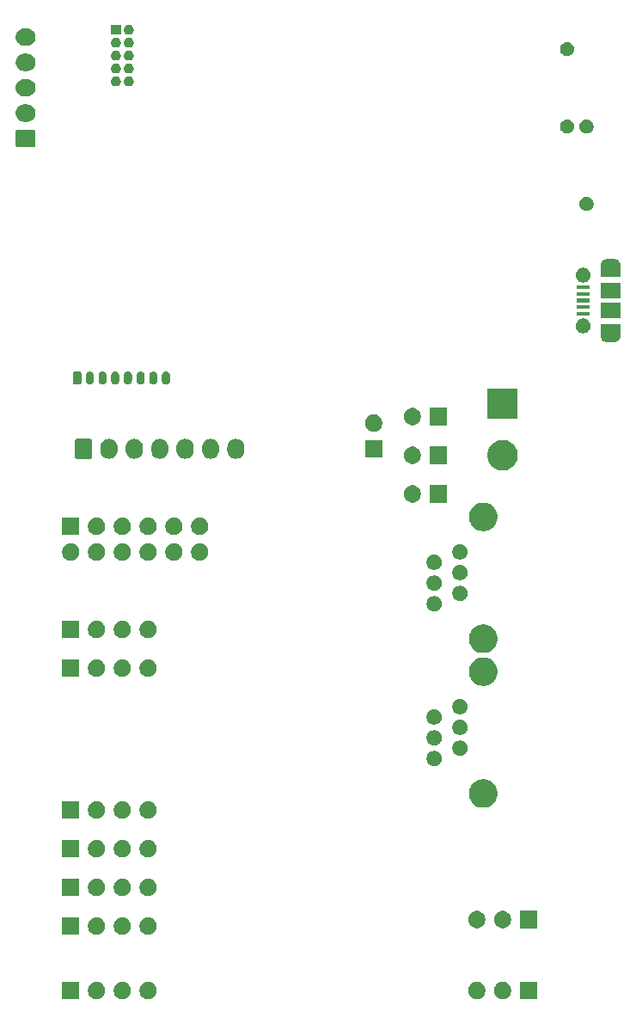
<source format=gbr>
G04 #@! TF.GenerationSoftware,KiCad,Pcbnew,(5.1.5)-3*
G04 #@! TF.CreationDate,2020-01-16T22:10:17+01:00*
G04 #@! TF.ProjectId,airMon,6169724d-6f6e-42e6-9b69-6361645f7063,0.1*
G04 #@! TF.SameCoordinates,Original*
G04 #@! TF.FileFunction,Soldermask,Bot*
G04 #@! TF.FilePolarity,Negative*
%FSLAX46Y46*%
G04 Gerber Fmt 4.6, Leading zero omitted, Abs format (unit mm)*
G04 Created by KiCad (PCBNEW (5.1.5)-3) date 2020-01-16 22:10:17*
%MOMM*%
%LPD*%
G04 APERTURE LIST*
%ADD10C,0.100000*%
G04 APERTURE END LIST*
D10*
G36*
X33267935Y-116022664D02*
G01*
X33422624Y-116086739D01*
X33422626Y-116086740D01*
X33561844Y-116179762D01*
X33680238Y-116298156D01*
X33773260Y-116437374D01*
X33773261Y-116437376D01*
X33837336Y-116592065D01*
X33870000Y-116756281D01*
X33870000Y-116923719D01*
X33837336Y-117087935D01*
X33773261Y-117242624D01*
X33773260Y-117242626D01*
X33680238Y-117381844D01*
X33561844Y-117500238D01*
X33422626Y-117593260D01*
X33422625Y-117593261D01*
X33422624Y-117593261D01*
X33267935Y-117657336D01*
X33103719Y-117690000D01*
X32936281Y-117690000D01*
X32772065Y-117657336D01*
X32617376Y-117593261D01*
X32617375Y-117593261D01*
X32617374Y-117593260D01*
X32478156Y-117500238D01*
X32359762Y-117381844D01*
X32266740Y-117242626D01*
X32266739Y-117242624D01*
X32202664Y-117087935D01*
X32170000Y-116923719D01*
X32170000Y-116756281D01*
X32202664Y-116592065D01*
X32266739Y-116437376D01*
X32266740Y-116437374D01*
X32359762Y-116298156D01*
X32478156Y-116179762D01*
X32617374Y-116086740D01*
X32617376Y-116086739D01*
X32772065Y-116022664D01*
X32936281Y-115990000D01*
X33103719Y-115990000D01*
X33267935Y-116022664D01*
G37*
G36*
X70732935Y-116022664D02*
G01*
X70887624Y-116086739D01*
X70887626Y-116086740D01*
X71026844Y-116179762D01*
X71145238Y-116298156D01*
X71238260Y-116437374D01*
X71238261Y-116437376D01*
X71302336Y-116592065D01*
X71335000Y-116756281D01*
X71335000Y-116923719D01*
X71302336Y-117087935D01*
X71238261Y-117242624D01*
X71238260Y-117242626D01*
X71145238Y-117381844D01*
X71026844Y-117500238D01*
X70887626Y-117593260D01*
X70887625Y-117593261D01*
X70887624Y-117593261D01*
X70732935Y-117657336D01*
X70568719Y-117690000D01*
X70401281Y-117690000D01*
X70237065Y-117657336D01*
X70082376Y-117593261D01*
X70082375Y-117593261D01*
X70082374Y-117593260D01*
X69943156Y-117500238D01*
X69824762Y-117381844D01*
X69731740Y-117242626D01*
X69731739Y-117242624D01*
X69667664Y-117087935D01*
X69635000Y-116923719D01*
X69635000Y-116756281D01*
X69667664Y-116592065D01*
X69731739Y-116437376D01*
X69731740Y-116437374D01*
X69824762Y-116298156D01*
X69943156Y-116179762D01*
X70082374Y-116086740D01*
X70082376Y-116086739D01*
X70237065Y-116022664D01*
X70401281Y-115990000D01*
X70568719Y-115990000D01*
X70732935Y-116022664D01*
G37*
G36*
X68192935Y-116022664D02*
G01*
X68347624Y-116086739D01*
X68347626Y-116086740D01*
X68486844Y-116179762D01*
X68605238Y-116298156D01*
X68698260Y-116437374D01*
X68698261Y-116437376D01*
X68762336Y-116592065D01*
X68795000Y-116756281D01*
X68795000Y-116923719D01*
X68762336Y-117087935D01*
X68698261Y-117242624D01*
X68698260Y-117242626D01*
X68605238Y-117381844D01*
X68486844Y-117500238D01*
X68347626Y-117593260D01*
X68347625Y-117593261D01*
X68347624Y-117593261D01*
X68192935Y-117657336D01*
X68028719Y-117690000D01*
X67861281Y-117690000D01*
X67697065Y-117657336D01*
X67542376Y-117593261D01*
X67542375Y-117593261D01*
X67542374Y-117593260D01*
X67403156Y-117500238D01*
X67284762Y-117381844D01*
X67191740Y-117242626D01*
X67191739Y-117242624D01*
X67127664Y-117087935D01*
X67095000Y-116923719D01*
X67095000Y-116756281D01*
X67127664Y-116592065D01*
X67191739Y-116437376D01*
X67191740Y-116437374D01*
X67284762Y-116298156D01*
X67403156Y-116179762D01*
X67542374Y-116086740D01*
X67542376Y-116086739D01*
X67697065Y-116022664D01*
X67861281Y-115990000D01*
X68028719Y-115990000D01*
X68192935Y-116022664D01*
G37*
G36*
X73875000Y-117690000D02*
G01*
X72175000Y-117690000D01*
X72175000Y-115990000D01*
X73875000Y-115990000D01*
X73875000Y-117690000D01*
G37*
G36*
X28790000Y-117690000D02*
G01*
X27090000Y-117690000D01*
X27090000Y-115990000D01*
X28790000Y-115990000D01*
X28790000Y-117690000D01*
G37*
G36*
X35807935Y-116022664D02*
G01*
X35962624Y-116086739D01*
X35962626Y-116086740D01*
X36101844Y-116179762D01*
X36220238Y-116298156D01*
X36313260Y-116437374D01*
X36313261Y-116437376D01*
X36377336Y-116592065D01*
X36410000Y-116756281D01*
X36410000Y-116923719D01*
X36377336Y-117087935D01*
X36313261Y-117242624D01*
X36313260Y-117242626D01*
X36220238Y-117381844D01*
X36101844Y-117500238D01*
X35962626Y-117593260D01*
X35962625Y-117593261D01*
X35962624Y-117593261D01*
X35807935Y-117657336D01*
X35643719Y-117690000D01*
X35476281Y-117690000D01*
X35312065Y-117657336D01*
X35157376Y-117593261D01*
X35157375Y-117593261D01*
X35157374Y-117593260D01*
X35018156Y-117500238D01*
X34899762Y-117381844D01*
X34806740Y-117242626D01*
X34806739Y-117242624D01*
X34742664Y-117087935D01*
X34710000Y-116923719D01*
X34710000Y-116756281D01*
X34742664Y-116592065D01*
X34806739Y-116437376D01*
X34806740Y-116437374D01*
X34899762Y-116298156D01*
X35018156Y-116179762D01*
X35157374Y-116086740D01*
X35157376Y-116086739D01*
X35312065Y-116022664D01*
X35476281Y-115990000D01*
X35643719Y-115990000D01*
X35807935Y-116022664D01*
G37*
G36*
X30727935Y-116022664D02*
G01*
X30882624Y-116086739D01*
X30882626Y-116086740D01*
X31021844Y-116179762D01*
X31140238Y-116298156D01*
X31233260Y-116437374D01*
X31233261Y-116437376D01*
X31297336Y-116592065D01*
X31330000Y-116756281D01*
X31330000Y-116923719D01*
X31297336Y-117087935D01*
X31233261Y-117242624D01*
X31233260Y-117242626D01*
X31140238Y-117381844D01*
X31021844Y-117500238D01*
X30882626Y-117593260D01*
X30882625Y-117593261D01*
X30882624Y-117593261D01*
X30727935Y-117657336D01*
X30563719Y-117690000D01*
X30396281Y-117690000D01*
X30232065Y-117657336D01*
X30077376Y-117593261D01*
X30077375Y-117593261D01*
X30077374Y-117593260D01*
X29938156Y-117500238D01*
X29819762Y-117381844D01*
X29726740Y-117242626D01*
X29726739Y-117242624D01*
X29662664Y-117087935D01*
X29630000Y-116923719D01*
X29630000Y-116756281D01*
X29662664Y-116592065D01*
X29726739Y-116437376D01*
X29726740Y-116437374D01*
X29819762Y-116298156D01*
X29938156Y-116179762D01*
X30077374Y-116086740D01*
X30077376Y-116086739D01*
X30232065Y-116022664D01*
X30396281Y-115990000D01*
X30563719Y-115990000D01*
X30727935Y-116022664D01*
G37*
G36*
X33267935Y-109672664D02*
G01*
X33422624Y-109736739D01*
X33422626Y-109736740D01*
X33561844Y-109829762D01*
X33680238Y-109948156D01*
X33773260Y-110087374D01*
X33773261Y-110087376D01*
X33837336Y-110242065D01*
X33870000Y-110406281D01*
X33870000Y-110573719D01*
X33837336Y-110737935D01*
X33773261Y-110892624D01*
X33773260Y-110892626D01*
X33680238Y-111031844D01*
X33561844Y-111150238D01*
X33422626Y-111243260D01*
X33422625Y-111243261D01*
X33422624Y-111243261D01*
X33267935Y-111307336D01*
X33103719Y-111340000D01*
X32936281Y-111340000D01*
X32772065Y-111307336D01*
X32617376Y-111243261D01*
X32617375Y-111243261D01*
X32617374Y-111243260D01*
X32478156Y-111150238D01*
X32359762Y-111031844D01*
X32266740Y-110892626D01*
X32266739Y-110892624D01*
X32202664Y-110737935D01*
X32170000Y-110573719D01*
X32170000Y-110406281D01*
X32202664Y-110242065D01*
X32266739Y-110087376D01*
X32266740Y-110087374D01*
X32359762Y-109948156D01*
X32478156Y-109829762D01*
X32617374Y-109736740D01*
X32617376Y-109736739D01*
X32772065Y-109672664D01*
X32936281Y-109640000D01*
X33103719Y-109640000D01*
X33267935Y-109672664D01*
G37*
G36*
X28790000Y-111340000D02*
G01*
X27090000Y-111340000D01*
X27090000Y-109640000D01*
X28790000Y-109640000D01*
X28790000Y-111340000D01*
G37*
G36*
X30727935Y-109672664D02*
G01*
X30882624Y-109736739D01*
X30882626Y-109736740D01*
X31021844Y-109829762D01*
X31140238Y-109948156D01*
X31233260Y-110087374D01*
X31233261Y-110087376D01*
X31297336Y-110242065D01*
X31330000Y-110406281D01*
X31330000Y-110573719D01*
X31297336Y-110737935D01*
X31233261Y-110892624D01*
X31233260Y-110892626D01*
X31140238Y-111031844D01*
X31021844Y-111150238D01*
X30882626Y-111243260D01*
X30882625Y-111243261D01*
X30882624Y-111243261D01*
X30727935Y-111307336D01*
X30563719Y-111340000D01*
X30396281Y-111340000D01*
X30232065Y-111307336D01*
X30077376Y-111243261D01*
X30077375Y-111243261D01*
X30077374Y-111243260D01*
X29938156Y-111150238D01*
X29819762Y-111031844D01*
X29726740Y-110892626D01*
X29726739Y-110892624D01*
X29662664Y-110737935D01*
X29630000Y-110573719D01*
X29630000Y-110406281D01*
X29662664Y-110242065D01*
X29726739Y-110087376D01*
X29726740Y-110087374D01*
X29819762Y-109948156D01*
X29938156Y-109829762D01*
X30077374Y-109736740D01*
X30077376Y-109736739D01*
X30232065Y-109672664D01*
X30396281Y-109640000D01*
X30563719Y-109640000D01*
X30727935Y-109672664D01*
G37*
G36*
X35807935Y-109672664D02*
G01*
X35962624Y-109736739D01*
X35962626Y-109736740D01*
X36101844Y-109829762D01*
X36220238Y-109948156D01*
X36313260Y-110087374D01*
X36313261Y-110087376D01*
X36377336Y-110242065D01*
X36410000Y-110406281D01*
X36410000Y-110573719D01*
X36377336Y-110737935D01*
X36313261Y-110892624D01*
X36313260Y-110892626D01*
X36220238Y-111031844D01*
X36101844Y-111150238D01*
X35962626Y-111243260D01*
X35962625Y-111243261D01*
X35962624Y-111243261D01*
X35807935Y-111307336D01*
X35643719Y-111340000D01*
X35476281Y-111340000D01*
X35312065Y-111307336D01*
X35157376Y-111243261D01*
X35157375Y-111243261D01*
X35157374Y-111243260D01*
X35018156Y-111150238D01*
X34899762Y-111031844D01*
X34806740Y-110892626D01*
X34806739Y-110892624D01*
X34742664Y-110737935D01*
X34710000Y-110573719D01*
X34710000Y-110406281D01*
X34742664Y-110242065D01*
X34806739Y-110087376D01*
X34806740Y-110087374D01*
X34899762Y-109948156D01*
X35018156Y-109829762D01*
X35157374Y-109736740D01*
X35157376Y-109736739D01*
X35312065Y-109672664D01*
X35476281Y-109640000D01*
X35643719Y-109640000D01*
X35807935Y-109672664D01*
G37*
G36*
X73875000Y-110705000D02*
G01*
X72175000Y-110705000D01*
X72175000Y-109005000D01*
X73875000Y-109005000D01*
X73875000Y-110705000D01*
G37*
G36*
X70732935Y-109037664D02*
G01*
X70887624Y-109101739D01*
X70887626Y-109101740D01*
X71026844Y-109194762D01*
X71145238Y-109313156D01*
X71238260Y-109452374D01*
X71238261Y-109452376D01*
X71302336Y-109607065D01*
X71335000Y-109771281D01*
X71335000Y-109938719D01*
X71302336Y-110102935D01*
X71244706Y-110242064D01*
X71238260Y-110257626D01*
X71145238Y-110396844D01*
X71026844Y-110515238D01*
X70887626Y-110608260D01*
X70887625Y-110608261D01*
X70887624Y-110608261D01*
X70732935Y-110672336D01*
X70568719Y-110705000D01*
X70401281Y-110705000D01*
X70237065Y-110672336D01*
X70082376Y-110608261D01*
X70082375Y-110608261D01*
X70082374Y-110608260D01*
X69943156Y-110515238D01*
X69824762Y-110396844D01*
X69731740Y-110257626D01*
X69725294Y-110242064D01*
X69667664Y-110102935D01*
X69635000Y-109938719D01*
X69635000Y-109771281D01*
X69667664Y-109607065D01*
X69731739Y-109452376D01*
X69731740Y-109452374D01*
X69824762Y-109313156D01*
X69943156Y-109194762D01*
X70082374Y-109101740D01*
X70082376Y-109101739D01*
X70237065Y-109037664D01*
X70401281Y-109005000D01*
X70568719Y-109005000D01*
X70732935Y-109037664D01*
G37*
G36*
X68192935Y-109037664D02*
G01*
X68347624Y-109101739D01*
X68347626Y-109101740D01*
X68486844Y-109194762D01*
X68605238Y-109313156D01*
X68698260Y-109452374D01*
X68698261Y-109452376D01*
X68762336Y-109607065D01*
X68795000Y-109771281D01*
X68795000Y-109938719D01*
X68762336Y-110102935D01*
X68704706Y-110242064D01*
X68698260Y-110257626D01*
X68605238Y-110396844D01*
X68486844Y-110515238D01*
X68347626Y-110608260D01*
X68347625Y-110608261D01*
X68347624Y-110608261D01*
X68192935Y-110672336D01*
X68028719Y-110705000D01*
X67861281Y-110705000D01*
X67697065Y-110672336D01*
X67542376Y-110608261D01*
X67542375Y-110608261D01*
X67542374Y-110608260D01*
X67403156Y-110515238D01*
X67284762Y-110396844D01*
X67191740Y-110257626D01*
X67185294Y-110242064D01*
X67127664Y-110102935D01*
X67095000Y-109938719D01*
X67095000Y-109771281D01*
X67127664Y-109607065D01*
X67191739Y-109452376D01*
X67191740Y-109452374D01*
X67284762Y-109313156D01*
X67403156Y-109194762D01*
X67542374Y-109101740D01*
X67542376Y-109101739D01*
X67697065Y-109037664D01*
X67861281Y-109005000D01*
X68028719Y-109005000D01*
X68192935Y-109037664D01*
G37*
G36*
X30727935Y-105862664D02*
G01*
X30882624Y-105926739D01*
X30882626Y-105926740D01*
X31021844Y-106019762D01*
X31140238Y-106138156D01*
X31233260Y-106277374D01*
X31233261Y-106277376D01*
X31297336Y-106432065D01*
X31330000Y-106596281D01*
X31330000Y-106763719D01*
X31297336Y-106927935D01*
X31233261Y-107082624D01*
X31233260Y-107082626D01*
X31140238Y-107221844D01*
X31021844Y-107340238D01*
X30882626Y-107433260D01*
X30882625Y-107433261D01*
X30882624Y-107433261D01*
X30727935Y-107497336D01*
X30563719Y-107530000D01*
X30396281Y-107530000D01*
X30232065Y-107497336D01*
X30077376Y-107433261D01*
X30077375Y-107433261D01*
X30077374Y-107433260D01*
X29938156Y-107340238D01*
X29819762Y-107221844D01*
X29726740Y-107082626D01*
X29726739Y-107082624D01*
X29662664Y-106927935D01*
X29630000Y-106763719D01*
X29630000Y-106596281D01*
X29662664Y-106432065D01*
X29726739Y-106277376D01*
X29726740Y-106277374D01*
X29819762Y-106138156D01*
X29938156Y-106019762D01*
X30077374Y-105926740D01*
X30077376Y-105926739D01*
X30232065Y-105862664D01*
X30396281Y-105830000D01*
X30563719Y-105830000D01*
X30727935Y-105862664D01*
G37*
G36*
X28790000Y-107530000D02*
G01*
X27090000Y-107530000D01*
X27090000Y-105830000D01*
X28790000Y-105830000D01*
X28790000Y-107530000D01*
G37*
G36*
X33267935Y-105862664D02*
G01*
X33422624Y-105926739D01*
X33422626Y-105926740D01*
X33561844Y-106019762D01*
X33680238Y-106138156D01*
X33773260Y-106277374D01*
X33773261Y-106277376D01*
X33837336Y-106432065D01*
X33870000Y-106596281D01*
X33870000Y-106763719D01*
X33837336Y-106927935D01*
X33773261Y-107082624D01*
X33773260Y-107082626D01*
X33680238Y-107221844D01*
X33561844Y-107340238D01*
X33422626Y-107433260D01*
X33422625Y-107433261D01*
X33422624Y-107433261D01*
X33267935Y-107497336D01*
X33103719Y-107530000D01*
X32936281Y-107530000D01*
X32772065Y-107497336D01*
X32617376Y-107433261D01*
X32617375Y-107433261D01*
X32617374Y-107433260D01*
X32478156Y-107340238D01*
X32359762Y-107221844D01*
X32266740Y-107082626D01*
X32266739Y-107082624D01*
X32202664Y-106927935D01*
X32170000Y-106763719D01*
X32170000Y-106596281D01*
X32202664Y-106432065D01*
X32266739Y-106277376D01*
X32266740Y-106277374D01*
X32359762Y-106138156D01*
X32478156Y-106019762D01*
X32617374Y-105926740D01*
X32617376Y-105926739D01*
X32772065Y-105862664D01*
X32936281Y-105830000D01*
X33103719Y-105830000D01*
X33267935Y-105862664D01*
G37*
G36*
X35807935Y-105862664D02*
G01*
X35962624Y-105926739D01*
X35962626Y-105926740D01*
X36101844Y-106019762D01*
X36220238Y-106138156D01*
X36313260Y-106277374D01*
X36313261Y-106277376D01*
X36377336Y-106432065D01*
X36410000Y-106596281D01*
X36410000Y-106763719D01*
X36377336Y-106927935D01*
X36313261Y-107082624D01*
X36313260Y-107082626D01*
X36220238Y-107221844D01*
X36101844Y-107340238D01*
X35962626Y-107433260D01*
X35962625Y-107433261D01*
X35962624Y-107433261D01*
X35807935Y-107497336D01*
X35643719Y-107530000D01*
X35476281Y-107530000D01*
X35312065Y-107497336D01*
X35157376Y-107433261D01*
X35157375Y-107433261D01*
X35157374Y-107433260D01*
X35018156Y-107340238D01*
X34899762Y-107221844D01*
X34806740Y-107082626D01*
X34806739Y-107082624D01*
X34742664Y-106927935D01*
X34710000Y-106763719D01*
X34710000Y-106596281D01*
X34742664Y-106432065D01*
X34806739Y-106277376D01*
X34806740Y-106277374D01*
X34899762Y-106138156D01*
X35018156Y-106019762D01*
X35157374Y-105926740D01*
X35157376Y-105926739D01*
X35312065Y-105862664D01*
X35476281Y-105830000D01*
X35643719Y-105830000D01*
X35807935Y-105862664D01*
G37*
G36*
X35807935Y-102052664D02*
G01*
X35962624Y-102116739D01*
X35962626Y-102116740D01*
X36101844Y-102209762D01*
X36220238Y-102328156D01*
X36313260Y-102467374D01*
X36313261Y-102467376D01*
X36377336Y-102622065D01*
X36410000Y-102786281D01*
X36410000Y-102953719D01*
X36377336Y-103117935D01*
X36313261Y-103272624D01*
X36313260Y-103272626D01*
X36220238Y-103411844D01*
X36101844Y-103530238D01*
X35962626Y-103623260D01*
X35962625Y-103623261D01*
X35962624Y-103623261D01*
X35807935Y-103687336D01*
X35643719Y-103720000D01*
X35476281Y-103720000D01*
X35312065Y-103687336D01*
X35157376Y-103623261D01*
X35157375Y-103623261D01*
X35157374Y-103623260D01*
X35018156Y-103530238D01*
X34899762Y-103411844D01*
X34806740Y-103272626D01*
X34806739Y-103272624D01*
X34742664Y-103117935D01*
X34710000Y-102953719D01*
X34710000Y-102786281D01*
X34742664Y-102622065D01*
X34806739Y-102467376D01*
X34806740Y-102467374D01*
X34899762Y-102328156D01*
X35018156Y-102209762D01*
X35157374Y-102116740D01*
X35157376Y-102116739D01*
X35312065Y-102052664D01*
X35476281Y-102020000D01*
X35643719Y-102020000D01*
X35807935Y-102052664D01*
G37*
G36*
X30727935Y-102052664D02*
G01*
X30882624Y-102116739D01*
X30882626Y-102116740D01*
X31021844Y-102209762D01*
X31140238Y-102328156D01*
X31233260Y-102467374D01*
X31233261Y-102467376D01*
X31297336Y-102622065D01*
X31330000Y-102786281D01*
X31330000Y-102953719D01*
X31297336Y-103117935D01*
X31233261Y-103272624D01*
X31233260Y-103272626D01*
X31140238Y-103411844D01*
X31021844Y-103530238D01*
X30882626Y-103623260D01*
X30882625Y-103623261D01*
X30882624Y-103623261D01*
X30727935Y-103687336D01*
X30563719Y-103720000D01*
X30396281Y-103720000D01*
X30232065Y-103687336D01*
X30077376Y-103623261D01*
X30077375Y-103623261D01*
X30077374Y-103623260D01*
X29938156Y-103530238D01*
X29819762Y-103411844D01*
X29726740Y-103272626D01*
X29726739Y-103272624D01*
X29662664Y-103117935D01*
X29630000Y-102953719D01*
X29630000Y-102786281D01*
X29662664Y-102622065D01*
X29726739Y-102467376D01*
X29726740Y-102467374D01*
X29819762Y-102328156D01*
X29938156Y-102209762D01*
X30077374Y-102116740D01*
X30077376Y-102116739D01*
X30232065Y-102052664D01*
X30396281Y-102020000D01*
X30563719Y-102020000D01*
X30727935Y-102052664D01*
G37*
G36*
X28790000Y-103720000D02*
G01*
X27090000Y-103720000D01*
X27090000Y-102020000D01*
X28790000Y-102020000D01*
X28790000Y-103720000D01*
G37*
G36*
X33267935Y-102052664D02*
G01*
X33422624Y-102116739D01*
X33422626Y-102116740D01*
X33561844Y-102209762D01*
X33680238Y-102328156D01*
X33773260Y-102467374D01*
X33773261Y-102467376D01*
X33837336Y-102622065D01*
X33870000Y-102786281D01*
X33870000Y-102953719D01*
X33837336Y-103117935D01*
X33773261Y-103272624D01*
X33773260Y-103272626D01*
X33680238Y-103411844D01*
X33561844Y-103530238D01*
X33422626Y-103623260D01*
X33422625Y-103623261D01*
X33422624Y-103623261D01*
X33267935Y-103687336D01*
X33103719Y-103720000D01*
X32936281Y-103720000D01*
X32772065Y-103687336D01*
X32617376Y-103623261D01*
X32617375Y-103623261D01*
X32617374Y-103623260D01*
X32478156Y-103530238D01*
X32359762Y-103411844D01*
X32266740Y-103272626D01*
X32266739Y-103272624D01*
X32202664Y-103117935D01*
X32170000Y-102953719D01*
X32170000Y-102786281D01*
X32202664Y-102622065D01*
X32266739Y-102467376D01*
X32266740Y-102467374D01*
X32359762Y-102328156D01*
X32478156Y-102209762D01*
X32617374Y-102116740D01*
X32617376Y-102116739D01*
X32772065Y-102052664D01*
X32936281Y-102020000D01*
X33103719Y-102020000D01*
X33267935Y-102052664D01*
G37*
G36*
X30727935Y-98242664D02*
G01*
X30882624Y-98306739D01*
X30882626Y-98306740D01*
X31021844Y-98399762D01*
X31140238Y-98518156D01*
X31146449Y-98527452D01*
X31233261Y-98657376D01*
X31297336Y-98812065D01*
X31330000Y-98976281D01*
X31330000Y-99143719D01*
X31297336Y-99307935D01*
X31233261Y-99462624D01*
X31233260Y-99462626D01*
X31140238Y-99601844D01*
X31021844Y-99720238D01*
X30882626Y-99813260D01*
X30882625Y-99813261D01*
X30882624Y-99813261D01*
X30727935Y-99877336D01*
X30563719Y-99910000D01*
X30396281Y-99910000D01*
X30232065Y-99877336D01*
X30077376Y-99813261D01*
X30077375Y-99813261D01*
X30077374Y-99813260D01*
X29938156Y-99720238D01*
X29819762Y-99601844D01*
X29726740Y-99462626D01*
X29726739Y-99462624D01*
X29662664Y-99307935D01*
X29630000Y-99143719D01*
X29630000Y-98976281D01*
X29662664Y-98812065D01*
X29726739Y-98657376D01*
X29813551Y-98527452D01*
X29819762Y-98518156D01*
X29938156Y-98399762D01*
X30077374Y-98306740D01*
X30077376Y-98306739D01*
X30232065Y-98242664D01*
X30396281Y-98210000D01*
X30563719Y-98210000D01*
X30727935Y-98242664D01*
G37*
G36*
X35807935Y-98242664D02*
G01*
X35962624Y-98306739D01*
X35962626Y-98306740D01*
X36101844Y-98399762D01*
X36220238Y-98518156D01*
X36226449Y-98527452D01*
X36313261Y-98657376D01*
X36377336Y-98812065D01*
X36410000Y-98976281D01*
X36410000Y-99143719D01*
X36377336Y-99307935D01*
X36313261Y-99462624D01*
X36313260Y-99462626D01*
X36220238Y-99601844D01*
X36101844Y-99720238D01*
X35962626Y-99813260D01*
X35962625Y-99813261D01*
X35962624Y-99813261D01*
X35807935Y-99877336D01*
X35643719Y-99910000D01*
X35476281Y-99910000D01*
X35312065Y-99877336D01*
X35157376Y-99813261D01*
X35157375Y-99813261D01*
X35157374Y-99813260D01*
X35018156Y-99720238D01*
X34899762Y-99601844D01*
X34806740Y-99462626D01*
X34806739Y-99462624D01*
X34742664Y-99307935D01*
X34710000Y-99143719D01*
X34710000Y-98976281D01*
X34742664Y-98812065D01*
X34806739Y-98657376D01*
X34893551Y-98527452D01*
X34899762Y-98518156D01*
X35018156Y-98399762D01*
X35157374Y-98306740D01*
X35157376Y-98306739D01*
X35312065Y-98242664D01*
X35476281Y-98210000D01*
X35643719Y-98210000D01*
X35807935Y-98242664D01*
G37*
G36*
X28790000Y-99910000D02*
G01*
X27090000Y-99910000D01*
X27090000Y-98210000D01*
X28790000Y-98210000D01*
X28790000Y-99910000D01*
G37*
G36*
X33267935Y-98242664D02*
G01*
X33422624Y-98306739D01*
X33422626Y-98306740D01*
X33561844Y-98399762D01*
X33680238Y-98518156D01*
X33686449Y-98527452D01*
X33773261Y-98657376D01*
X33837336Y-98812065D01*
X33870000Y-98976281D01*
X33870000Y-99143719D01*
X33837336Y-99307935D01*
X33773261Y-99462624D01*
X33773260Y-99462626D01*
X33680238Y-99601844D01*
X33561844Y-99720238D01*
X33422626Y-99813260D01*
X33422625Y-99813261D01*
X33422624Y-99813261D01*
X33267935Y-99877336D01*
X33103719Y-99910000D01*
X32936281Y-99910000D01*
X32772065Y-99877336D01*
X32617376Y-99813261D01*
X32617375Y-99813261D01*
X32617374Y-99813260D01*
X32478156Y-99720238D01*
X32359762Y-99601844D01*
X32266740Y-99462626D01*
X32266739Y-99462624D01*
X32202664Y-99307935D01*
X32170000Y-99143719D01*
X32170000Y-98976281D01*
X32202664Y-98812065D01*
X32266739Y-98657376D01*
X32353551Y-98527452D01*
X32359762Y-98518156D01*
X32478156Y-98399762D01*
X32617374Y-98306740D01*
X32617376Y-98306739D01*
X32772065Y-98242664D01*
X32936281Y-98210000D01*
X33103719Y-98210000D01*
X33267935Y-98242664D01*
G37*
G36*
X68853126Y-96066900D02*
G01*
X68988365Y-96093801D01*
X69243149Y-96199336D01*
X69472448Y-96352549D01*
X69667451Y-96547552D01*
X69820664Y-96776851D01*
X69926199Y-97031635D01*
X69980000Y-97302112D01*
X69980000Y-97577888D01*
X69926199Y-97848365D01*
X69820664Y-98103149D01*
X69667451Y-98332448D01*
X69472448Y-98527451D01*
X69243149Y-98680664D01*
X68988365Y-98786199D01*
X68858332Y-98812064D01*
X68717889Y-98840000D01*
X68442111Y-98840000D01*
X68301668Y-98812064D01*
X68171635Y-98786199D01*
X67916851Y-98680664D01*
X67687552Y-98527451D01*
X67492549Y-98332448D01*
X67339336Y-98103149D01*
X67233801Y-97848365D01*
X67180000Y-97577888D01*
X67180000Y-97302112D01*
X67233801Y-97031635D01*
X67339336Y-96776851D01*
X67492549Y-96547552D01*
X67687552Y-96352549D01*
X67916851Y-96199336D01*
X68171635Y-96093801D01*
X68306874Y-96066900D01*
X68442111Y-96040000D01*
X68717889Y-96040000D01*
X68853126Y-96066900D01*
G37*
G36*
X63958766Y-93268821D02*
G01*
X64095257Y-93325358D01*
X64218097Y-93407437D01*
X64322563Y-93511903D01*
X64404642Y-93634743D01*
X64461179Y-93771234D01*
X64490000Y-93916130D01*
X64490000Y-94063870D01*
X64461179Y-94208766D01*
X64404642Y-94345257D01*
X64322563Y-94468097D01*
X64218097Y-94572563D01*
X64095257Y-94654642D01*
X63958766Y-94711179D01*
X63813870Y-94740000D01*
X63666130Y-94740000D01*
X63521234Y-94711179D01*
X63384743Y-94654642D01*
X63261903Y-94572563D01*
X63157437Y-94468097D01*
X63075358Y-94345257D01*
X63018821Y-94208766D01*
X62990000Y-94063870D01*
X62990000Y-93916130D01*
X63018821Y-93771234D01*
X63075358Y-93634743D01*
X63157437Y-93511903D01*
X63261903Y-93407437D01*
X63384743Y-93325358D01*
X63521234Y-93268821D01*
X63666130Y-93240000D01*
X63813870Y-93240000D01*
X63958766Y-93268821D01*
G37*
G36*
X66498766Y-92248821D02*
G01*
X66635257Y-92305358D01*
X66758097Y-92387437D01*
X66862563Y-92491903D01*
X66944642Y-92614743D01*
X67001179Y-92751234D01*
X67030000Y-92896130D01*
X67030000Y-93043870D01*
X67001179Y-93188766D01*
X66944642Y-93325257D01*
X66862563Y-93448097D01*
X66758097Y-93552563D01*
X66635257Y-93634642D01*
X66498766Y-93691179D01*
X66353870Y-93720000D01*
X66206130Y-93720000D01*
X66061234Y-93691179D01*
X65924743Y-93634642D01*
X65801903Y-93552563D01*
X65697437Y-93448097D01*
X65615358Y-93325257D01*
X65558821Y-93188766D01*
X65530000Y-93043870D01*
X65530000Y-92896130D01*
X65558821Y-92751234D01*
X65615358Y-92614743D01*
X65697437Y-92491903D01*
X65801903Y-92387437D01*
X65924743Y-92305358D01*
X66061234Y-92248821D01*
X66206130Y-92220000D01*
X66353870Y-92220000D01*
X66498766Y-92248821D01*
G37*
G36*
X63958766Y-91228821D02*
G01*
X64095257Y-91285358D01*
X64218097Y-91367437D01*
X64322563Y-91471903D01*
X64404642Y-91594743D01*
X64461179Y-91731234D01*
X64490000Y-91876130D01*
X64490000Y-92023870D01*
X64461179Y-92168766D01*
X64404642Y-92305257D01*
X64322563Y-92428097D01*
X64218097Y-92532563D01*
X64095257Y-92614642D01*
X63958766Y-92671179D01*
X63813870Y-92700000D01*
X63666130Y-92700000D01*
X63521234Y-92671179D01*
X63384743Y-92614642D01*
X63261903Y-92532563D01*
X63157437Y-92428097D01*
X63075358Y-92305257D01*
X63018821Y-92168766D01*
X62990000Y-92023870D01*
X62990000Y-91876130D01*
X63018821Y-91731234D01*
X63075358Y-91594743D01*
X63157437Y-91471903D01*
X63261903Y-91367437D01*
X63384743Y-91285358D01*
X63521234Y-91228821D01*
X63666130Y-91200000D01*
X63813870Y-91200000D01*
X63958766Y-91228821D01*
G37*
G36*
X66498766Y-90208821D02*
G01*
X66635257Y-90265358D01*
X66758097Y-90347437D01*
X66862563Y-90451903D01*
X66944642Y-90574743D01*
X67001179Y-90711234D01*
X67030000Y-90856130D01*
X67030000Y-91003870D01*
X67001179Y-91148766D01*
X66944642Y-91285257D01*
X66862563Y-91408097D01*
X66758097Y-91512563D01*
X66635257Y-91594642D01*
X66498766Y-91651179D01*
X66353870Y-91680000D01*
X66206130Y-91680000D01*
X66061234Y-91651179D01*
X65924743Y-91594642D01*
X65801903Y-91512563D01*
X65697437Y-91408097D01*
X65615358Y-91285257D01*
X65558821Y-91148766D01*
X65530000Y-91003870D01*
X65530000Y-90856130D01*
X65558821Y-90711234D01*
X65615358Y-90574743D01*
X65697437Y-90451903D01*
X65801903Y-90347437D01*
X65924743Y-90265358D01*
X66061234Y-90208821D01*
X66206130Y-90180000D01*
X66353870Y-90180000D01*
X66498766Y-90208821D01*
G37*
G36*
X63958766Y-89188821D02*
G01*
X64095257Y-89245358D01*
X64218097Y-89327437D01*
X64322563Y-89431903D01*
X64404642Y-89554743D01*
X64461179Y-89691234D01*
X64490000Y-89836130D01*
X64490000Y-89983870D01*
X64461179Y-90128766D01*
X64404642Y-90265257D01*
X64322563Y-90388097D01*
X64218097Y-90492563D01*
X64095257Y-90574642D01*
X63958766Y-90631179D01*
X63813870Y-90660000D01*
X63666130Y-90660000D01*
X63521234Y-90631179D01*
X63384743Y-90574642D01*
X63261903Y-90492563D01*
X63157437Y-90388097D01*
X63075358Y-90265257D01*
X63018821Y-90128766D01*
X62990000Y-89983870D01*
X62990000Y-89836130D01*
X63018821Y-89691234D01*
X63075358Y-89554743D01*
X63157437Y-89431903D01*
X63261903Y-89327437D01*
X63384743Y-89245358D01*
X63521234Y-89188821D01*
X63666130Y-89160000D01*
X63813870Y-89160000D01*
X63958766Y-89188821D01*
G37*
G36*
X66498766Y-88168821D02*
G01*
X66635257Y-88225358D01*
X66758097Y-88307437D01*
X66862563Y-88411903D01*
X66944642Y-88534743D01*
X67001179Y-88671234D01*
X67030000Y-88816130D01*
X67030000Y-88963870D01*
X67001179Y-89108766D01*
X66944642Y-89245257D01*
X66862563Y-89368097D01*
X66758097Y-89472563D01*
X66635257Y-89554642D01*
X66498766Y-89611179D01*
X66353870Y-89640000D01*
X66206130Y-89640000D01*
X66061234Y-89611179D01*
X65924743Y-89554642D01*
X65801903Y-89472563D01*
X65697437Y-89368097D01*
X65615358Y-89245257D01*
X65558821Y-89108766D01*
X65530000Y-88963870D01*
X65530000Y-88816130D01*
X65558821Y-88671234D01*
X65615358Y-88534743D01*
X65697437Y-88411903D01*
X65801903Y-88307437D01*
X65924743Y-88225358D01*
X66061234Y-88168821D01*
X66206130Y-88140000D01*
X66353870Y-88140000D01*
X66498766Y-88168821D01*
G37*
G36*
X68853127Y-84066901D02*
G01*
X68988365Y-84093801D01*
X69243149Y-84199336D01*
X69472448Y-84352549D01*
X69667451Y-84547552D01*
X69820664Y-84776851D01*
X69926199Y-85031635D01*
X69980000Y-85302112D01*
X69980000Y-85577888D01*
X69926199Y-85848365D01*
X69820664Y-86103149D01*
X69667451Y-86332448D01*
X69472448Y-86527451D01*
X69243149Y-86680664D01*
X68988365Y-86786199D01*
X68853126Y-86813100D01*
X68717889Y-86840000D01*
X68442111Y-86840000D01*
X68306874Y-86813100D01*
X68171635Y-86786199D01*
X67916851Y-86680664D01*
X67687552Y-86527451D01*
X67492549Y-86332448D01*
X67339336Y-86103149D01*
X67233801Y-85848365D01*
X67180000Y-85577888D01*
X67180000Y-85302112D01*
X67233801Y-85031635D01*
X67339336Y-84776851D01*
X67492549Y-84547552D01*
X67687552Y-84352549D01*
X67916851Y-84199336D01*
X68171635Y-84093801D01*
X68306873Y-84066901D01*
X68442111Y-84040000D01*
X68717889Y-84040000D01*
X68853127Y-84066901D01*
G37*
G36*
X35807935Y-84272664D02*
G01*
X35962624Y-84336739D01*
X35962626Y-84336740D01*
X36101844Y-84429762D01*
X36220238Y-84548156D01*
X36313260Y-84687374D01*
X36313261Y-84687376D01*
X36377336Y-84842065D01*
X36410000Y-85006281D01*
X36410000Y-85173719D01*
X36377336Y-85337935D01*
X36313261Y-85492624D01*
X36313260Y-85492626D01*
X36220238Y-85631844D01*
X36101844Y-85750238D01*
X35962626Y-85843260D01*
X35962625Y-85843261D01*
X35962624Y-85843261D01*
X35807935Y-85907336D01*
X35643719Y-85940000D01*
X35476281Y-85940000D01*
X35312065Y-85907336D01*
X35157376Y-85843261D01*
X35157375Y-85843261D01*
X35157374Y-85843260D01*
X35018156Y-85750238D01*
X34899762Y-85631844D01*
X34806740Y-85492626D01*
X34806739Y-85492624D01*
X34742664Y-85337935D01*
X34710000Y-85173719D01*
X34710000Y-85006281D01*
X34742664Y-84842065D01*
X34806739Y-84687376D01*
X34806740Y-84687374D01*
X34899762Y-84548156D01*
X35018156Y-84429762D01*
X35157374Y-84336740D01*
X35157376Y-84336739D01*
X35312065Y-84272664D01*
X35476281Y-84240000D01*
X35643719Y-84240000D01*
X35807935Y-84272664D01*
G37*
G36*
X33267935Y-84272664D02*
G01*
X33422624Y-84336739D01*
X33422626Y-84336740D01*
X33561844Y-84429762D01*
X33680238Y-84548156D01*
X33773260Y-84687374D01*
X33773261Y-84687376D01*
X33837336Y-84842065D01*
X33870000Y-85006281D01*
X33870000Y-85173719D01*
X33837336Y-85337935D01*
X33773261Y-85492624D01*
X33773260Y-85492626D01*
X33680238Y-85631844D01*
X33561844Y-85750238D01*
X33422626Y-85843260D01*
X33422625Y-85843261D01*
X33422624Y-85843261D01*
X33267935Y-85907336D01*
X33103719Y-85940000D01*
X32936281Y-85940000D01*
X32772065Y-85907336D01*
X32617376Y-85843261D01*
X32617375Y-85843261D01*
X32617374Y-85843260D01*
X32478156Y-85750238D01*
X32359762Y-85631844D01*
X32266740Y-85492626D01*
X32266739Y-85492624D01*
X32202664Y-85337935D01*
X32170000Y-85173719D01*
X32170000Y-85006281D01*
X32202664Y-84842065D01*
X32266739Y-84687376D01*
X32266740Y-84687374D01*
X32359762Y-84548156D01*
X32478156Y-84429762D01*
X32617374Y-84336740D01*
X32617376Y-84336739D01*
X32772065Y-84272664D01*
X32936281Y-84240000D01*
X33103719Y-84240000D01*
X33267935Y-84272664D01*
G37*
G36*
X30727935Y-84272664D02*
G01*
X30882624Y-84336739D01*
X30882626Y-84336740D01*
X31021844Y-84429762D01*
X31140238Y-84548156D01*
X31233260Y-84687374D01*
X31233261Y-84687376D01*
X31297336Y-84842065D01*
X31330000Y-85006281D01*
X31330000Y-85173719D01*
X31297336Y-85337935D01*
X31233261Y-85492624D01*
X31233260Y-85492626D01*
X31140238Y-85631844D01*
X31021844Y-85750238D01*
X30882626Y-85843260D01*
X30882625Y-85843261D01*
X30882624Y-85843261D01*
X30727935Y-85907336D01*
X30563719Y-85940000D01*
X30396281Y-85940000D01*
X30232065Y-85907336D01*
X30077376Y-85843261D01*
X30077375Y-85843261D01*
X30077374Y-85843260D01*
X29938156Y-85750238D01*
X29819762Y-85631844D01*
X29726740Y-85492626D01*
X29726739Y-85492624D01*
X29662664Y-85337935D01*
X29630000Y-85173719D01*
X29630000Y-85006281D01*
X29662664Y-84842065D01*
X29726739Y-84687376D01*
X29726740Y-84687374D01*
X29819762Y-84548156D01*
X29938156Y-84429762D01*
X30077374Y-84336740D01*
X30077376Y-84336739D01*
X30232065Y-84272664D01*
X30396281Y-84240000D01*
X30563719Y-84240000D01*
X30727935Y-84272664D01*
G37*
G36*
X28790000Y-85940000D02*
G01*
X27090000Y-85940000D01*
X27090000Y-84240000D01*
X28790000Y-84240000D01*
X28790000Y-85940000D01*
G37*
G36*
X68853126Y-80826900D02*
G01*
X68988365Y-80853801D01*
X69243149Y-80959336D01*
X69472448Y-81112549D01*
X69667451Y-81307552D01*
X69820664Y-81536851D01*
X69926199Y-81791635D01*
X69980000Y-82062112D01*
X69980000Y-82337888D01*
X69926199Y-82608365D01*
X69820664Y-82863149D01*
X69667451Y-83092448D01*
X69472448Y-83287451D01*
X69243149Y-83440664D01*
X68988365Y-83546199D01*
X68853126Y-83573100D01*
X68717889Y-83600000D01*
X68442111Y-83600000D01*
X68306874Y-83573100D01*
X68171635Y-83546199D01*
X67916851Y-83440664D01*
X67687552Y-83287451D01*
X67492549Y-83092448D01*
X67339336Y-82863149D01*
X67233801Y-82608365D01*
X67180000Y-82337888D01*
X67180000Y-82062112D01*
X67233801Y-81791635D01*
X67339336Y-81536851D01*
X67492549Y-81307552D01*
X67687552Y-81112549D01*
X67916851Y-80959336D01*
X68171635Y-80853801D01*
X68306874Y-80826900D01*
X68442111Y-80800000D01*
X68717889Y-80800000D01*
X68853126Y-80826900D01*
G37*
G36*
X35807935Y-80462664D02*
G01*
X35962624Y-80526739D01*
X35962626Y-80526740D01*
X36101844Y-80619762D01*
X36220238Y-80738156D01*
X36297509Y-80853801D01*
X36313261Y-80877376D01*
X36377336Y-81032065D01*
X36410000Y-81196281D01*
X36410000Y-81363719D01*
X36377336Y-81527935D01*
X36313261Y-81682624D01*
X36313260Y-81682626D01*
X36220238Y-81821844D01*
X36101844Y-81940238D01*
X35962626Y-82033260D01*
X35962625Y-82033261D01*
X35962624Y-82033261D01*
X35807935Y-82097336D01*
X35643719Y-82130000D01*
X35476281Y-82130000D01*
X35312065Y-82097336D01*
X35157376Y-82033261D01*
X35157375Y-82033261D01*
X35157374Y-82033260D01*
X35018156Y-81940238D01*
X34899762Y-81821844D01*
X34806740Y-81682626D01*
X34806739Y-81682624D01*
X34742664Y-81527935D01*
X34710000Y-81363719D01*
X34710000Y-81196281D01*
X34742664Y-81032065D01*
X34806739Y-80877376D01*
X34822491Y-80853801D01*
X34899762Y-80738156D01*
X35018156Y-80619762D01*
X35157374Y-80526740D01*
X35157376Y-80526739D01*
X35312065Y-80462664D01*
X35476281Y-80430000D01*
X35643719Y-80430000D01*
X35807935Y-80462664D01*
G37*
G36*
X33267935Y-80462664D02*
G01*
X33422624Y-80526739D01*
X33422626Y-80526740D01*
X33561844Y-80619762D01*
X33680238Y-80738156D01*
X33757509Y-80853801D01*
X33773261Y-80877376D01*
X33837336Y-81032065D01*
X33870000Y-81196281D01*
X33870000Y-81363719D01*
X33837336Y-81527935D01*
X33773261Y-81682624D01*
X33773260Y-81682626D01*
X33680238Y-81821844D01*
X33561844Y-81940238D01*
X33422626Y-82033260D01*
X33422625Y-82033261D01*
X33422624Y-82033261D01*
X33267935Y-82097336D01*
X33103719Y-82130000D01*
X32936281Y-82130000D01*
X32772065Y-82097336D01*
X32617376Y-82033261D01*
X32617375Y-82033261D01*
X32617374Y-82033260D01*
X32478156Y-81940238D01*
X32359762Y-81821844D01*
X32266740Y-81682626D01*
X32266739Y-81682624D01*
X32202664Y-81527935D01*
X32170000Y-81363719D01*
X32170000Y-81196281D01*
X32202664Y-81032065D01*
X32266739Y-80877376D01*
X32282491Y-80853801D01*
X32359762Y-80738156D01*
X32478156Y-80619762D01*
X32617374Y-80526740D01*
X32617376Y-80526739D01*
X32772065Y-80462664D01*
X32936281Y-80430000D01*
X33103719Y-80430000D01*
X33267935Y-80462664D01*
G37*
G36*
X30727935Y-80462664D02*
G01*
X30882624Y-80526739D01*
X30882626Y-80526740D01*
X31021844Y-80619762D01*
X31140238Y-80738156D01*
X31217509Y-80853801D01*
X31233261Y-80877376D01*
X31297336Y-81032065D01*
X31330000Y-81196281D01*
X31330000Y-81363719D01*
X31297336Y-81527935D01*
X31233261Y-81682624D01*
X31233260Y-81682626D01*
X31140238Y-81821844D01*
X31021844Y-81940238D01*
X30882626Y-82033260D01*
X30882625Y-82033261D01*
X30882624Y-82033261D01*
X30727935Y-82097336D01*
X30563719Y-82130000D01*
X30396281Y-82130000D01*
X30232065Y-82097336D01*
X30077376Y-82033261D01*
X30077375Y-82033261D01*
X30077374Y-82033260D01*
X29938156Y-81940238D01*
X29819762Y-81821844D01*
X29726740Y-81682626D01*
X29726739Y-81682624D01*
X29662664Y-81527935D01*
X29630000Y-81363719D01*
X29630000Y-81196281D01*
X29662664Y-81032065D01*
X29726739Y-80877376D01*
X29742491Y-80853801D01*
X29819762Y-80738156D01*
X29938156Y-80619762D01*
X30077374Y-80526740D01*
X30077376Y-80526739D01*
X30232065Y-80462664D01*
X30396281Y-80430000D01*
X30563719Y-80430000D01*
X30727935Y-80462664D01*
G37*
G36*
X28790000Y-82130000D02*
G01*
X27090000Y-82130000D01*
X27090000Y-80430000D01*
X28790000Y-80430000D01*
X28790000Y-82130000D01*
G37*
G36*
X63958766Y-78028821D02*
G01*
X64095257Y-78085358D01*
X64218097Y-78167437D01*
X64322563Y-78271903D01*
X64404642Y-78394743D01*
X64461179Y-78531234D01*
X64490000Y-78676130D01*
X64490000Y-78823870D01*
X64461179Y-78968766D01*
X64404642Y-79105257D01*
X64322563Y-79228097D01*
X64218097Y-79332563D01*
X64095257Y-79414642D01*
X63958766Y-79471179D01*
X63813870Y-79500000D01*
X63666130Y-79500000D01*
X63521234Y-79471179D01*
X63384743Y-79414642D01*
X63261903Y-79332563D01*
X63157437Y-79228097D01*
X63075358Y-79105257D01*
X63018821Y-78968766D01*
X62990000Y-78823870D01*
X62990000Y-78676130D01*
X63018821Y-78531234D01*
X63075358Y-78394743D01*
X63157437Y-78271903D01*
X63261903Y-78167437D01*
X63384743Y-78085358D01*
X63521234Y-78028821D01*
X63666130Y-78000000D01*
X63813870Y-78000000D01*
X63958766Y-78028821D01*
G37*
G36*
X66498766Y-77008821D02*
G01*
X66635257Y-77065358D01*
X66758097Y-77147437D01*
X66862563Y-77251903D01*
X66944642Y-77374743D01*
X67001179Y-77511234D01*
X67030000Y-77656130D01*
X67030000Y-77803870D01*
X67001179Y-77948766D01*
X66944642Y-78085257D01*
X66862563Y-78208097D01*
X66758097Y-78312563D01*
X66635257Y-78394642D01*
X66498766Y-78451179D01*
X66353870Y-78480000D01*
X66206130Y-78480000D01*
X66061234Y-78451179D01*
X65924743Y-78394642D01*
X65801903Y-78312563D01*
X65697437Y-78208097D01*
X65615358Y-78085257D01*
X65558821Y-77948766D01*
X65530000Y-77803870D01*
X65530000Y-77656130D01*
X65558821Y-77511234D01*
X65615358Y-77374743D01*
X65697437Y-77251903D01*
X65801903Y-77147437D01*
X65924743Y-77065358D01*
X66061234Y-77008821D01*
X66206130Y-76980000D01*
X66353870Y-76980000D01*
X66498766Y-77008821D01*
G37*
G36*
X63958766Y-75988821D02*
G01*
X64095257Y-76045358D01*
X64218097Y-76127437D01*
X64322563Y-76231903D01*
X64404642Y-76354743D01*
X64461179Y-76491234D01*
X64490000Y-76636130D01*
X64490000Y-76783870D01*
X64461179Y-76928766D01*
X64404642Y-77065257D01*
X64322563Y-77188097D01*
X64218097Y-77292563D01*
X64095257Y-77374642D01*
X63958766Y-77431179D01*
X63813870Y-77460000D01*
X63666130Y-77460000D01*
X63521234Y-77431179D01*
X63384743Y-77374642D01*
X63261903Y-77292563D01*
X63157437Y-77188097D01*
X63075358Y-77065257D01*
X63018821Y-76928766D01*
X62990000Y-76783870D01*
X62990000Y-76636130D01*
X63018821Y-76491234D01*
X63075358Y-76354743D01*
X63157437Y-76231903D01*
X63261903Y-76127437D01*
X63384743Y-76045358D01*
X63521234Y-75988821D01*
X63666130Y-75960000D01*
X63813870Y-75960000D01*
X63958766Y-75988821D01*
G37*
G36*
X66498766Y-74968821D02*
G01*
X66635257Y-75025358D01*
X66758097Y-75107437D01*
X66862563Y-75211903D01*
X66944642Y-75334743D01*
X67001179Y-75471234D01*
X67030000Y-75616130D01*
X67030000Y-75763870D01*
X67001179Y-75908766D01*
X66944642Y-76045257D01*
X66862563Y-76168097D01*
X66758097Y-76272563D01*
X66635257Y-76354642D01*
X66498766Y-76411179D01*
X66353870Y-76440000D01*
X66206130Y-76440000D01*
X66061234Y-76411179D01*
X65924743Y-76354642D01*
X65801903Y-76272563D01*
X65697437Y-76168097D01*
X65615358Y-76045257D01*
X65558821Y-75908766D01*
X65530000Y-75763870D01*
X65530000Y-75616130D01*
X65558821Y-75471234D01*
X65615358Y-75334743D01*
X65697437Y-75211903D01*
X65801903Y-75107437D01*
X65924743Y-75025358D01*
X66061234Y-74968821D01*
X66206130Y-74940000D01*
X66353870Y-74940000D01*
X66498766Y-74968821D01*
G37*
G36*
X63958766Y-73948821D02*
G01*
X64095257Y-74005358D01*
X64218097Y-74087437D01*
X64322563Y-74191903D01*
X64404642Y-74314743D01*
X64461179Y-74451234D01*
X64490000Y-74596130D01*
X64490000Y-74743870D01*
X64461179Y-74888766D01*
X64404642Y-75025257D01*
X64322563Y-75148097D01*
X64218097Y-75252563D01*
X64095257Y-75334642D01*
X63958766Y-75391179D01*
X63813870Y-75420000D01*
X63666130Y-75420000D01*
X63521234Y-75391179D01*
X63384743Y-75334642D01*
X63261903Y-75252563D01*
X63157437Y-75148097D01*
X63075358Y-75025257D01*
X63018821Y-74888766D01*
X62990000Y-74743870D01*
X62990000Y-74596130D01*
X63018821Y-74451234D01*
X63075358Y-74314743D01*
X63157437Y-74191903D01*
X63261903Y-74087437D01*
X63384743Y-74005358D01*
X63521234Y-73948821D01*
X63666130Y-73920000D01*
X63813870Y-73920000D01*
X63958766Y-73948821D01*
G37*
G36*
X40887935Y-72842664D02*
G01*
X41042624Y-72906739D01*
X41042626Y-72906740D01*
X41181844Y-72999762D01*
X41300238Y-73118156D01*
X41336150Y-73171903D01*
X41393261Y-73257376D01*
X41457336Y-73412065D01*
X41490000Y-73576281D01*
X41490000Y-73743719D01*
X41457336Y-73907935D01*
X41416981Y-74005359D01*
X41393260Y-74062626D01*
X41300238Y-74201844D01*
X41181844Y-74320238D01*
X41042626Y-74413260D01*
X41042625Y-74413261D01*
X41042624Y-74413261D01*
X40887935Y-74477336D01*
X40723719Y-74510000D01*
X40556281Y-74510000D01*
X40392065Y-74477336D01*
X40237376Y-74413261D01*
X40237375Y-74413261D01*
X40237374Y-74413260D01*
X40098156Y-74320238D01*
X39979762Y-74201844D01*
X39886740Y-74062626D01*
X39863019Y-74005359D01*
X39822664Y-73907935D01*
X39790000Y-73743719D01*
X39790000Y-73576281D01*
X39822664Y-73412065D01*
X39886739Y-73257376D01*
X39943850Y-73171903D01*
X39979762Y-73118156D01*
X40098156Y-72999762D01*
X40237374Y-72906740D01*
X40237376Y-72906739D01*
X40392065Y-72842664D01*
X40556281Y-72810000D01*
X40723719Y-72810000D01*
X40887935Y-72842664D01*
G37*
G36*
X28187935Y-72842664D02*
G01*
X28342624Y-72906739D01*
X28342626Y-72906740D01*
X28481844Y-72999762D01*
X28600238Y-73118156D01*
X28636150Y-73171903D01*
X28693261Y-73257376D01*
X28757336Y-73412065D01*
X28790000Y-73576281D01*
X28790000Y-73743719D01*
X28757336Y-73907935D01*
X28716981Y-74005359D01*
X28693260Y-74062626D01*
X28600238Y-74201844D01*
X28481844Y-74320238D01*
X28342626Y-74413260D01*
X28342625Y-74413261D01*
X28342624Y-74413261D01*
X28187935Y-74477336D01*
X28023719Y-74510000D01*
X27856281Y-74510000D01*
X27692065Y-74477336D01*
X27537376Y-74413261D01*
X27537375Y-74413261D01*
X27537374Y-74413260D01*
X27398156Y-74320238D01*
X27279762Y-74201844D01*
X27186740Y-74062626D01*
X27163019Y-74005359D01*
X27122664Y-73907935D01*
X27090000Y-73743719D01*
X27090000Y-73576281D01*
X27122664Y-73412065D01*
X27186739Y-73257376D01*
X27243850Y-73171903D01*
X27279762Y-73118156D01*
X27398156Y-72999762D01*
X27537374Y-72906740D01*
X27537376Y-72906739D01*
X27692065Y-72842664D01*
X27856281Y-72810000D01*
X28023719Y-72810000D01*
X28187935Y-72842664D01*
G37*
G36*
X30727935Y-72842664D02*
G01*
X30882624Y-72906739D01*
X30882626Y-72906740D01*
X31021844Y-72999762D01*
X31140238Y-73118156D01*
X31176150Y-73171903D01*
X31233261Y-73257376D01*
X31297336Y-73412065D01*
X31330000Y-73576281D01*
X31330000Y-73743719D01*
X31297336Y-73907935D01*
X31256981Y-74005359D01*
X31233260Y-74062626D01*
X31140238Y-74201844D01*
X31021844Y-74320238D01*
X30882626Y-74413260D01*
X30882625Y-74413261D01*
X30882624Y-74413261D01*
X30727935Y-74477336D01*
X30563719Y-74510000D01*
X30396281Y-74510000D01*
X30232065Y-74477336D01*
X30077376Y-74413261D01*
X30077375Y-74413261D01*
X30077374Y-74413260D01*
X29938156Y-74320238D01*
X29819762Y-74201844D01*
X29726740Y-74062626D01*
X29703019Y-74005359D01*
X29662664Y-73907935D01*
X29630000Y-73743719D01*
X29630000Y-73576281D01*
X29662664Y-73412065D01*
X29726739Y-73257376D01*
X29783850Y-73171903D01*
X29819762Y-73118156D01*
X29938156Y-72999762D01*
X30077374Y-72906740D01*
X30077376Y-72906739D01*
X30232065Y-72842664D01*
X30396281Y-72810000D01*
X30563719Y-72810000D01*
X30727935Y-72842664D01*
G37*
G36*
X33267935Y-72842664D02*
G01*
X33422624Y-72906739D01*
X33422626Y-72906740D01*
X33561844Y-72999762D01*
X33680238Y-73118156D01*
X33716150Y-73171903D01*
X33773261Y-73257376D01*
X33837336Y-73412065D01*
X33870000Y-73576281D01*
X33870000Y-73743719D01*
X33837336Y-73907935D01*
X33796981Y-74005359D01*
X33773260Y-74062626D01*
X33680238Y-74201844D01*
X33561844Y-74320238D01*
X33422626Y-74413260D01*
X33422625Y-74413261D01*
X33422624Y-74413261D01*
X33267935Y-74477336D01*
X33103719Y-74510000D01*
X32936281Y-74510000D01*
X32772065Y-74477336D01*
X32617376Y-74413261D01*
X32617375Y-74413261D01*
X32617374Y-74413260D01*
X32478156Y-74320238D01*
X32359762Y-74201844D01*
X32266740Y-74062626D01*
X32243019Y-74005359D01*
X32202664Y-73907935D01*
X32170000Y-73743719D01*
X32170000Y-73576281D01*
X32202664Y-73412065D01*
X32266739Y-73257376D01*
X32323850Y-73171903D01*
X32359762Y-73118156D01*
X32478156Y-72999762D01*
X32617374Y-72906740D01*
X32617376Y-72906739D01*
X32772065Y-72842664D01*
X32936281Y-72810000D01*
X33103719Y-72810000D01*
X33267935Y-72842664D01*
G37*
G36*
X35807935Y-72842664D02*
G01*
X35962624Y-72906739D01*
X35962626Y-72906740D01*
X36101844Y-72999762D01*
X36220238Y-73118156D01*
X36256150Y-73171903D01*
X36313261Y-73257376D01*
X36377336Y-73412065D01*
X36410000Y-73576281D01*
X36410000Y-73743719D01*
X36377336Y-73907935D01*
X36336981Y-74005359D01*
X36313260Y-74062626D01*
X36220238Y-74201844D01*
X36101844Y-74320238D01*
X35962626Y-74413260D01*
X35962625Y-74413261D01*
X35962624Y-74413261D01*
X35807935Y-74477336D01*
X35643719Y-74510000D01*
X35476281Y-74510000D01*
X35312065Y-74477336D01*
X35157376Y-74413261D01*
X35157375Y-74413261D01*
X35157374Y-74413260D01*
X35018156Y-74320238D01*
X34899762Y-74201844D01*
X34806740Y-74062626D01*
X34783019Y-74005359D01*
X34742664Y-73907935D01*
X34710000Y-73743719D01*
X34710000Y-73576281D01*
X34742664Y-73412065D01*
X34806739Y-73257376D01*
X34863850Y-73171903D01*
X34899762Y-73118156D01*
X35018156Y-72999762D01*
X35157374Y-72906740D01*
X35157376Y-72906739D01*
X35312065Y-72842664D01*
X35476281Y-72810000D01*
X35643719Y-72810000D01*
X35807935Y-72842664D01*
G37*
G36*
X38347935Y-72842664D02*
G01*
X38502624Y-72906739D01*
X38502626Y-72906740D01*
X38641844Y-72999762D01*
X38760238Y-73118156D01*
X38796150Y-73171903D01*
X38853261Y-73257376D01*
X38917336Y-73412065D01*
X38950000Y-73576281D01*
X38950000Y-73743719D01*
X38917336Y-73907935D01*
X38876981Y-74005359D01*
X38853260Y-74062626D01*
X38760238Y-74201844D01*
X38641844Y-74320238D01*
X38502626Y-74413260D01*
X38502625Y-74413261D01*
X38502624Y-74413261D01*
X38347935Y-74477336D01*
X38183719Y-74510000D01*
X38016281Y-74510000D01*
X37852065Y-74477336D01*
X37697376Y-74413261D01*
X37697375Y-74413261D01*
X37697374Y-74413260D01*
X37558156Y-74320238D01*
X37439762Y-74201844D01*
X37346740Y-74062626D01*
X37323019Y-74005359D01*
X37282664Y-73907935D01*
X37250000Y-73743719D01*
X37250000Y-73576281D01*
X37282664Y-73412065D01*
X37346739Y-73257376D01*
X37403850Y-73171903D01*
X37439762Y-73118156D01*
X37558156Y-72999762D01*
X37697374Y-72906740D01*
X37697376Y-72906739D01*
X37852065Y-72842664D01*
X38016281Y-72810000D01*
X38183719Y-72810000D01*
X38347935Y-72842664D01*
G37*
G36*
X66498766Y-72928821D02*
G01*
X66635257Y-72985358D01*
X66758097Y-73067437D01*
X66862563Y-73171903D01*
X66944642Y-73294743D01*
X67001179Y-73431234D01*
X67030000Y-73576130D01*
X67030000Y-73723870D01*
X67001179Y-73868766D01*
X66944642Y-74005257D01*
X66862563Y-74128097D01*
X66758097Y-74232563D01*
X66635257Y-74314642D01*
X66498766Y-74371179D01*
X66353870Y-74400000D01*
X66206130Y-74400000D01*
X66061234Y-74371179D01*
X65924743Y-74314642D01*
X65801903Y-74232563D01*
X65697437Y-74128097D01*
X65615358Y-74005257D01*
X65558821Y-73868766D01*
X65530000Y-73723870D01*
X65530000Y-73576130D01*
X65558821Y-73431234D01*
X65615358Y-73294743D01*
X65697437Y-73171903D01*
X65801903Y-73067437D01*
X65924743Y-72985358D01*
X66061234Y-72928821D01*
X66206130Y-72900000D01*
X66353870Y-72900000D01*
X66498766Y-72928821D01*
G37*
G36*
X40887935Y-70302664D02*
G01*
X41042624Y-70366739D01*
X41042626Y-70366740D01*
X41181844Y-70459762D01*
X41300238Y-70578156D01*
X41393260Y-70717374D01*
X41393261Y-70717376D01*
X41457336Y-70872065D01*
X41490000Y-71036281D01*
X41490000Y-71203719D01*
X41457336Y-71367935D01*
X41427210Y-71440664D01*
X41393260Y-71522626D01*
X41300238Y-71661844D01*
X41181844Y-71780238D01*
X41042626Y-71873260D01*
X41042625Y-71873261D01*
X41042624Y-71873261D01*
X40887935Y-71937336D01*
X40723719Y-71970000D01*
X40556281Y-71970000D01*
X40392065Y-71937336D01*
X40237376Y-71873261D01*
X40237375Y-71873261D01*
X40237374Y-71873260D01*
X40098156Y-71780238D01*
X39979762Y-71661844D01*
X39886740Y-71522626D01*
X39852790Y-71440664D01*
X39822664Y-71367935D01*
X39790000Y-71203719D01*
X39790000Y-71036281D01*
X39822664Y-70872065D01*
X39886739Y-70717376D01*
X39886740Y-70717374D01*
X39979762Y-70578156D01*
X40098156Y-70459762D01*
X40237374Y-70366740D01*
X40237376Y-70366739D01*
X40392065Y-70302664D01*
X40556281Y-70270000D01*
X40723719Y-70270000D01*
X40887935Y-70302664D01*
G37*
G36*
X35807935Y-70302664D02*
G01*
X35962624Y-70366739D01*
X35962626Y-70366740D01*
X36101844Y-70459762D01*
X36220238Y-70578156D01*
X36313260Y-70717374D01*
X36313261Y-70717376D01*
X36377336Y-70872065D01*
X36410000Y-71036281D01*
X36410000Y-71203719D01*
X36377336Y-71367935D01*
X36347210Y-71440664D01*
X36313260Y-71522626D01*
X36220238Y-71661844D01*
X36101844Y-71780238D01*
X35962626Y-71873260D01*
X35962625Y-71873261D01*
X35962624Y-71873261D01*
X35807935Y-71937336D01*
X35643719Y-71970000D01*
X35476281Y-71970000D01*
X35312065Y-71937336D01*
X35157376Y-71873261D01*
X35157375Y-71873261D01*
X35157374Y-71873260D01*
X35018156Y-71780238D01*
X34899762Y-71661844D01*
X34806740Y-71522626D01*
X34772790Y-71440664D01*
X34742664Y-71367935D01*
X34710000Y-71203719D01*
X34710000Y-71036281D01*
X34742664Y-70872065D01*
X34806739Y-70717376D01*
X34806740Y-70717374D01*
X34899762Y-70578156D01*
X35018156Y-70459762D01*
X35157374Y-70366740D01*
X35157376Y-70366739D01*
X35312065Y-70302664D01*
X35476281Y-70270000D01*
X35643719Y-70270000D01*
X35807935Y-70302664D01*
G37*
G36*
X33267935Y-70302664D02*
G01*
X33422624Y-70366739D01*
X33422626Y-70366740D01*
X33561844Y-70459762D01*
X33680238Y-70578156D01*
X33773260Y-70717374D01*
X33773261Y-70717376D01*
X33837336Y-70872065D01*
X33870000Y-71036281D01*
X33870000Y-71203719D01*
X33837336Y-71367935D01*
X33807210Y-71440664D01*
X33773260Y-71522626D01*
X33680238Y-71661844D01*
X33561844Y-71780238D01*
X33422626Y-71873260D01*
X33422625Y-71873261D01*
X33422624Y-71873261D01*
X33267935Y-71937336D01*
X33103719Y-71970000D01*
X32936281Y-71970000D01*
X32772065Y-71937336D01*
X32617376Y-71873261D01*
X32617375Y-71873261D01*
X32617374Y-71873260D01*
X32478156Y-71780238D01*
X32359762Y-71661844D01*
X32266740Y-71522626D01*
X32232790Y-71440664D01*
X32202664Y-71367935D01*
X32170000Y-71203719D01*
X32170000Y-71036281D01*
X32202664Y-70872065D01*
X32266739Y-70717376D01*
X32266740Y-70717374D01*
X32359762Y-70578156D01*
X32478156Y-70459762D01*
X32617374Y-70366740D01*
X32617376Y-70366739D01*
X32772065Y-70302664D01*
X32936281Y-70270000D01*
X33103719Y-70270000D01*
X33267935Y-70302664D01*
G37*
G36*
X28790000Y-71970000D02*
G01*
X27090000Y-71970000D01*
X27090000Y-70270000D01*
X28790000Y-70270000D01*
X28790000Y-71970000D01*
G37*
G36*
X30727935Y-70302664D02*
G01*
X30882624Y-70366739D01*
X30882626Y-70366740D01*
X31021844Y-70459762D01*
X31140238Y-70578156D01*
X31233260Y-70717374D01*
X31233261Y-70717376D01*
X31297336Y-70872065D01*
X31330000Y-71036281D01*
X31330000Y-71203719D01*
X31297336Y-71367935D01*
X31267210Y-71440664D01*
X31233260Y-71522626D01*
X31140238Y-71661844D01*
X31021844Y-71780238D01*
X30882626Y-71873260D01*
X30882625Y-71873261D01*
X30882624Y-71873261D01*
X30727935Y-71937336D01*
X30563719Y-71970000D01*
X30396281Y-71970000D01*
X30232065Y-71937336D01*
X30077376Y-71873261D01*
X30077375Y-71873261D01*
X30077374Y-71873260D01*
X29938156Y-71780238D01*
X29819762Y-71661844D01*
X29726740Y-71522626D01*
X29692790Y-71440664D01*
X29662664Y-71367935D01*
X29630000Y-71203719D01*
X29630000Y-71036281D01*
X29662664Y-70872065D01*
X29726739Y-70717376D01*
X29726740Y-70717374D01*
X29819762Y-70578156D01*
X29938156Y-70459762D01*
X30077374Y-70366740D01*
X30077376Y-70366739D01*
X30232065Y-70302664D01*
X30396281Y-70270000D01*
X30563719Y-70270000D01*
X30727935Y-70302664D01*
G37*
G36*
X38347935Y-70302664D02*
G01*
X38502624Y-70366739D01*
X38502626Y-70366740D01*
X38641844Y-70459762D01*
X38760238Y-70578156D01*
X38853260Y-70717374D01*
X38853261Y-70717376D01*
X38917336Y-70872065D01*
X38950000Y-71036281D01*
X38950000Y-71203719D01*
X38917336Y-71367935D01*
X38887210Y-71440664D01*
X38853260Y-71522626D01*
X38760238Y-71661844D01*
X38641844Y-71780238D01*
X38502626Y-71873260D01*
X38502625Y-71873261D01*
X38502624Y-71873261D01*
X38347935Y-71937336D01*
X38183719Y-71970000D01*
X38016281Y-71970000D01*
X37852065Y-71937336D01*
X37697376Y-71873261D01*
X37697375Y-71873261D01*
X37697374Y-71873260D01*
X37558156Y-71780238D01*
X37439762Y-71661844D01*
X37346740Y-71522626D01*
X37312790Y-71440664D01*
X37282664Y-71367935D01*
X37250000Y-71203719D01*
X37250000Y-71036281D01*
X37282664Y-70872065D01*
X37346739Y-70717376D01*
X37346740Y-70717374D01*
X37439762Y-70578156D01*
X37558156Y-70459762D01*
X37697374Y-70366740D01*
X37697376Y-70366739D01*
X37852065Y-70302664D01*
X38016281Y-70270000D01*
X38183719Y-70270000D01*
X38347935Y-70302664D01*
G37*
G36*
X68853126Y-68826900D02*
G01*
X68988365Y-68853801D01*
X69243149Y-68959336D01*
X69472448Y-69112549D01*
X69667451Y-69307552D01*
X69820664Y-69536851D01*
X69926199Y-69791635D01*
X69980000Y-70062112D01*
X69980000Y-70337888D01*
X69926199Y-70608365D01*
X69820664Y-70863149D01*
X69667451Y-71092448D01*
X69472448Y-71287451D01*
X69243149Y-71440664D01*
X68988365Y-71546199D01*
X68853127Y-71573099D01*
X68717889Y-71600000D01*
X68442111Y-71600000D01*
X68306873Y-71573099D01*
X68171635Y-71546199D01*
X67916851Y-71440664D01*
X67687552Y-71287451D01*
X67492549Y-71092448D01*
X67339336Y-70863149D01*
X67233801Y-70608365D01*
X67180000Y-70337888D01*
X67180000Y-70062112D01*
X67233801Y-69791635D01*
X67339336Y-69536851D01*
X67492549Y-69307552D01*
X67687552Y-69112549D01*
X67916851Y-68959336D01*
X68171635Y-68853801D01*
X68306874Y-68826900D01*
X68442111Y-68800000D01*
X68717889Y-68800000D01*
X68853126Y-68826900D01*
G37*
G36*
X64985000Y-68795000D02*
G01*
X63285000Y-68795000D01*
X63285000Y-67095000D01*
X64985000Y-67095000D01*
X64985000Y-68795000D01*
G37*
G36*
X61842935Y-67127664D02*
G01*
X61997624Y-67191739D01*
X61997626Y-67191740D01*
X62136844Y-67284762D01*
X62255238Y-67403156D01*
X62348260Y-67542374D01*
X62348261Y-67542376D01*
X62412336Y-67697065D01*
X62445000Y-67861281D01*
X62445000Y-68028719D01*
X62412336Y-68192935D01*
X62348261Y-68347624D01*
X62348260Y-68347626D01*
X62255238Y-68486844D01*
X62136844Y-68605238D01*
X61997626Y-68698260D01*
X61997625Y-68698261D01*
X61997624Y-68698261D01*
X61842935Y-68762336D01*
X61678719Y-68795000D01*
X61511281Y-68795000D01*
X61347065Y-68762336D01*
X61192376Y-68698261D01*
X61192375Y-68698261D01*
X61192374Y-68698260D01*
X61053156Y-68605238D01*
X60934762Y-68486844D01*
X60841740Y-68347626D01*
X60841739Y-68347624D01*
X60777664Y-68192935D01*
X60745000Y-68028719D01*
X60745000Y-67861281D01*
X60777664Y-67697065D01*
X60841739Y-67542376D01*
X60841740Y-67542374D01*
X60934762Y-67403156D01*
X61053156Y-67284762D01*
X61192374Y-67191740D01*
X61192376Y-67191739D01*
X61347065Y-67127664D01*
X61511281Y-67095000D01*
X61678719Y-67095000D01*
X61842935Y-67127664D01*
G37*
G36*
X70922534Y-62692643D02*
G01*
X71195515Y-62805716D01*
X71195517Y-62805717D01*
X71319190Y-62888353D01*
X71441193Y-62969873D01*
X71650127Y-63178807D01*
X71814284Y-63424485D01*
X71927357Y-63697466D01*
X71985000Y-63987262D01*
X71985000Y-64282738D01*
X71927357Y-64572534D01*
X71814284Y-64845515D01*
X71814283Y-64845517D01*
X71650126Y-65091194D01*
X71441194Y-65300126D01*
X71195517Y-65464283D01*
X71195516Y-65464284D01*
X71195515Y-65464284D01*
X70922534Y-65577357D01*
X70632738Y-65635000D01*
X70337262Y-65635000D01*
X70047466Y-65577357D01*
X69774485Y-65464284D01*
X69774484Y-65464284D01*
X69774483Y-65464283D01*
X69528806Y-65300126D01*
X69319874Y-65091194D01*
X69155717Y-64845517D01*
X69155716Y-64845515D01*
X69042643Y-64572534D01*
X68985000Y-64282738D01*
X68985000Y-63987262D01*
X69042643Y-63697466D01*
X69155716Y-63424485D01*
X69319873Y-63178807D01*
X69528807Y-62969873D01*
X69650810Y-62888353D01*
X69774483Y-62805717D01*
X69774485Y-62805716D01*
X70047466Y-62692643D01*
X70337262Y-62635000D01*
X70632738Y-62635000D01*
X70922534Y-62692643D01*
G37*
G36*
X61842935Y-63317664D02*
G01*
X61997624Y-63381739D01*
X61997626Y-63381740D01*
X62136844Y-63474762D01*
X62255238Y-63593156D01*
X62304410Y-63666748D01*
X62348261Y-63732376D01*
X62412336Y-63887065D01*
X62445000Y-64051281D01*
X62445000Y-64218719D01*
X62412336Y-64382935D01*
X62348261Y-64537624D01*
X62348260Y-64537626D01*
X62255238Y-64676844D01*
X62136844Y-64795238D01*
X61997626Y-64888260D01*
X61997625Y-64888261D01*
X61997624Y-64888261D01*
X61842935Y-64952336D01*
X61678719Y-64985000D01*
X61511281Y-64985000D01*
X61347065Y-64952336D01*
X61192376Y-64888261D01*
X61192375Y-64888261D01*
X61192374Y-64888260D01*
X61053156Y-64795238D01*
X60934762Y-64676844D01*
X60841740Y-64537626D01*
X60841739Y-64537624D01*
X60777664Y-64382935D01*
X60745000Y-64218719D01*
X60745000Y-64051281D01*
X60777664Y-63887065D01*
X60841739Y-63732376D01*
X60885590Y-63666748D01*
X60934762Y-63593156D01*
X61053156Y-63474762D01*
X61192374Y-63381740D01*
X61192376Y-63381739D01*
X61347065Y-63317664D01*
X61511281Y-63285000D01*
X61678719Y-63285000D01*
X61842935Y-63317664D01*
G37*
G36*
X64985000Y-64985000D02*
G01*
X63285000Y-64985000D01*
X63285000Y-63285000D01*
X64985000Y-63285000D01*
X64985000Y-64985000D01*
G37*
G36*
X31876626Y-62537299D02*
G01*
X32036857Y-62585904D01*
X32184518Y-62664831D01*
X32313949Y-62771051D01*
X32420169Y-62900482D01*
X32499096Y-63048143D01*
X32547701Y-63208373D01*
X32560000Y-63333248D01*
X32560000Y-63666751D01*
X32547701Y-63791626D01*
X32499096Y-63951857D01*
X32420169Y-64099518D01*
X32313949Y-64228949D01*
X32184518Y-64335169D01*
X32059904Y-64401777D01*
X32036855Y-64414097D01*
X31993682Y-64427193D01*
X31876627Y-64462701D01*
X31710000Y-64479112D01*
X31543374Y-64462701D01*
X31426319Y-64427193D01*
X31383146Y-64414097D01*
X31360097Y-64401777D01*
X31235483Y-64335169D01*
X31106051Y-64228948D01*
X30999831Y-64099518D01*
X30920904Y-63951857D01*
X30872299Y-63791627D01*
X30860000Y-63666752D01*
X30860000Y-63333249D01*
X30872299Y-63208374D01*
X30920904Y-63048143D01*
X30999831Y-62900482D01*
X31106051Y-62771051D01*
X31235482Y-62664831D01*
X31383143Y-62585904D01*
X31383145Y-62585903D01*
X31463258Y-62561602D01*
X31543373Y-62537299D01*
X31710000Y-62520888D01*
X31876626Y-62537299D01*
G37*
G36*
X34376626Y-62537299D02*
G01*
X34536857Y-62585904D01*
X34684518Y-62664831D01*
X34813949Y-62771051D01*
X34920169Y-62900482D01*
X34999096Y-63048143D01*
X35047701Y-63208373D01*
X35060000Y-63333248D01*
X35060000Y-63666751D01*
X35047701Y-63791626D01*
X34999096Y-63951857D01*
X34920169Y-64099518D01*
X34813949Y-64228949D01*
X34684518Y-64335169D01*
X34559904Y-64401777D01*
X34536855Y-64414097D01*
X34493682Y-64427193D01*
X34376627Y-64462701D01*
X34210000Y-64479112D01*
X34043374Y-64462701D01*
X33926319Y-64427193D01*
X33883146Y-64414097D01*
X33860097Y-64401777D01*
X33735483Y-64335169D01*
X33606051Y-64228948D01*
X33499831Y-64099518D01*
X33420904Y-63951857D01*
X33372299Y-63791627D01*
X33360000Y-63666752D01*
X33360000Y-63333249D01*
X33372299Y-63208374D01*
X33420904Y-63048143D01*
X33499831Y-62900482D01*
X33606051Y-62771051D01*
X33735482Y-62664831D01*
X33883143Y-62585904D01*
X33883145Y-62585903D01*
X33963258Y-62561602D01*
X34043373Y-62537299D01*
X34210000Y-62520888D01*
X34376626Y-62537299D01*
G37*
G36*
X36876626Y-62537299D02*
G01*
X37036857Y-62585904D01*
X37184518Y-62664831D01*
X37313949Y-62771051D01*
X37420169Y-62900482D01*
X37499096Y-63048143D01*
X37547701Y-63208373D01*
X37560000Y-63333248D01*
X37560000Y-63666751D01*
X37547701Y-63791626D01*
X37499096Y-63951857D01*
X37420169Y-64099518D01*
X37313949Y-64228949D01*
X37184518Y-64335169D01*
X37059904Y-64401777D01*
X37036855Y-64414097D01*
X36993682Y-64427193D01*
X36876627Y-64462701D01*
X36710000Y-64479112D01*
X36543374Y-64462701D01*
X36426319Y-64427193D01*
X36383146Y-64414097D01*
X36360097Y-64401777D01*
X36235483Y-64335169D01*
X36106051Y-64228948D01*
X35999831Y-64099518D01*
X35920904Y-63951857D01*
X35872299Y-63791627D01*
X35860000Y-63666752D01*
X35860000Y-63333249D01*
X35872299Y-63208374D01*
X35920904Y-63048143D01*
X35999831Y-62900482D01*
X36106051Y-62771051D01*
X36235482Y-62664831D01*
X36383143Y-62585904D01*
X36383145Y-62585903D01*
X36463258Y-62561602D01*
X36543373Y-62537299D01*
X36710000Y-62520888D01*
X36876626Y-62537299D01*
G37*
G36*
X39376626Y-62537299D02*
G01*
X39536857Y-62585904D01*
X39684518Y-62664831D01*
X39813949Y-62771051D01*
X39920169Y-62900482D01*
X39999096Y-63048143D01*
X40047701Y-63208373D01*
X40060000Y-63333248D01*
X40060000Y-63666751D01*
X40047701Y-63791626D01*
X39999096Y-63951857D01*
X39920169Y-64099518D01*
X39813949Y-64228949D01*
X39684518Y-64335169D01*
X39559904Y-64401777D01*
X39536855Y-64414097D01*
X39493682Y-64427193D01*
X39376627Y-64462701D01*
X39210000Y-64479112D01*
X39043374Y-64462701D01*
X38926319Y-64427193D01*
X38883146Y-64414097D01*
X38860097Y-64401777D01*
X38735483Y-64335169D01*
X38606051Y-64228948D01*
X38499831Y-64099518D01*
X38420904Y-63951857D01*
X38372299Y-63791627D01*
X38360000Y-63666752D01*
X38360000Y-63333249D01*
X38372299Y-63208374D01*
X38420904Y-63048143D01*
X38499831Y-62900482D01*
X38606051Y-62771051D01*
X38735482Y-62664831D01*
X38883143Y-62585904D01*
X38883145Y-62585903D01*
X38963258Y-62561602D01*
X39043373Y-62537299D01*
X39210000Y-62520888D01*
X39376626Y-62537299D01*
G37*
G36*
X41876626Y-62537299D02*
G01*
X42036857Y-62585904D01*
X42184518Y-62664831D01*
X42313949Y-62771051D01*
X42420169Y-62900482D01*
X42499096Y-63048143D01*
X42547701Y-63208373D01*
X42560000Y-63333248D01*
X42560000Y-63666751D01*
X42547701Y-63791626D01*
X42499096Y-63951857D01*
X42420169Y-64099518D01*
X42313949Y-64228949D01*
X42184518Y-64335169D01*
X42059904Y-64401777D01*
X42036855Y-64414097D01*
X41993682Y-64427193D01*
X41876627Y-64462701D01*
X41710000Y-64479112D01*
X41543374Y-64462701D01*
X41426319Y-64427193D01*
X41383146Y-64414097D01*
X41360097Y-64401777D01*
X41235483Y-64335169D01*
X41106051Y-64228948D01*
X40999831Y-64099518D01*
X40920904Y-63951857D01*
X40872299Y-63791627D01*
X40860000Y-63666752D01*
X40860000Y-63333249D01*
X40872299Y-63208374D01*
X40920904Y-63048143D01*
X40999831Y-62900482D01*
X41106051Y-62771051D01*
X41235482Y-62664831D01*
X41383143Y-62585904D01*
X41383145Y-62585903D01*
X41463258Y-62561602D01*
X41543373Y-62537299D01*
X41710000Y-62520888D01*
X41876626Y-62537299D01*
G37*
G36*
X44376626Y-62537299D02*
G01*
X44536857Y-62585904D01*
X44684518Y-62664831D01*
X44813949Y-62771051D01*
X44920169Y-62900482D01*
X44999096Y-63048143D01*
X45047701Y-63208373D01*
X45060000Y-63333248D01*
X45060000Y-63666751D01*
X45047701Y-63791626D01*
X44999096Y-63951857D01*
X44920169Y-64099518D01*
X44813949Y-64228949D01*
X44684518Y-64335169D01*
X44559904Y-64401777D01*
X44536855Y-64414097D01*
X44493682Y-64427193D01*
X44376627Y-64462701D01*
X44210000Y-64479112D01*
X44043374Y-64462701D01*
X43926319Y-64427193D01*
X43883146Y-64414097D01*
X43860097Y-64401777D01*
X43735483Y-64335169D01*
X43606051Y-64228948D01*
X43499831Y-64099518D01*
X43420904Y-63951857D01*
X43372299Y-63791627D01*
X43360000Y-63666752D01*
X43360000Y-63333249D01*
X43372299Y-63208374D01*
X43420904Y-63048143D01*
X43499831Y-62900482D01*
X43606051Y-62771051D01*
X43735482Y-62664831D01*
X43883143Y-62585904D01*
X43883145Y-62585903D01*
X43963258Y-62561602D01*
X44043373Y-62537299D01*
X44210000Y-62520888D01*
X44376626Y-62537299D01*
G37*
G36*
X29929677Y-62528701D02*
G01*
X29959909Y-62537873D01*
X29987771Y-62552764D01*
X30012193Y-62572807D01*
X30032236Y-62597229D01*
X30047127Y-62625091D01*
X30056299Y-62655323D01*
X30060000Y-62692905D01*
X30060000Y-64307095D01*
X30056299Y-64344677D01*
X30047127Y-64374909D01*
X30032236Y-64402771D01*
X30012193Y-64427193D01*
X29987771Y-64447236D01*
X29959909Y-64462127D01*
X29929677Y-64471299D01*
X29892095Y-64475000D01*
X28527905Y-64475000D01*
X28490323Y-64471299D01*
X28460091Y-64462127D01*
X28432229Y-64447236D01*
X28407807Y-64427193D01*
X28387764Y-64402771D01*
X28372873Y-64374909D01*
X28363701Y-64344677D01*
X28360000Y-64307095D01*
X28360000Y-62692905D01*
X28363701Y-62655323D01*
X28372873Y-62625091D01*
X28387764Y-62597229D01*
X28407807Y-62572807D01*
X28432229Y-62552764D01*
X28460091Y-62537873D01*
X28490323Y-62528701D01*
X28527905Y-62525000D01*
X29892095Y-62525000D01*
X29929677Y-62528701D01*
G37*
G36*
X58635000Y-64350000D02*
G01*
X56935000Y-64350000D01*
X56935000Y-62650000D01*
X58635000Y-62650000D01*
X58635000Y-64350000D01*
G37*
G36*
X58032935Y-60142664D02*
G01*
X58187624Y-60206739D01*
X58187626Y-60206740D01*
X58326844Y-60299762D01*
X58445238Y-60418156D01*
X58538260Y-60557374D01*
X58538261Y-60557376D01*
X58602336Y-60712065D01*
X58635000Y-60876281D01*
X58635000Y-61043719D01*
X58602336Y-61207935D01*
X58538261Y-61362624D01*
X58538260Y-61362626D01*
X58445238Y-61501844D01*
X58326844Y-61620238D01*
X58187626Y-61713260D01*
X58187625Y-61713261D01*
X58187624Y-61713261D01*
X58032935Y-61777336D01*
X57868719Y-61810000D01*
X57701281Y-61810000D01*
X57537065Y-61777336D01*
X57382376Y-61713261D01*
X57382375Y-61713261D01*
X57382374Y-61713260D01*
X57243156Y-61620238D01*
X57124762Y-61501844D01*
X57031740Y-61362626D01*
X57031739Y-61362624D01*
X56967664Y-61207935D01*
X56935000Y-61043719D01*
X56935000Y-60876281D01*
X56967664Y-60712065D01*
X57031739Y-60557376D01*
X57031740Y-60557374D01*
X57124762Y-60418156D01*
X57243156Y-60299762D01*
X57382374Y-60206740D01*
X57382376Y-60206739D01*
X57537065Y-60142664D01*
X57701281Y-60110000D01*
X57868719Y-60110000D01*
X58032935Y-60142664D01*
G37*
G36*
X61842935Y-59507664D02*
G01*
X61997624Y-59571739D01*
X61997626Y-59571740D01*
X62136844Y-59664762D01*
X62255238Y-59783156D01*
X62348260Y-59922374D01*
X62348261Y-59922376D01*
X62412336Y-60077065D01*
X62445000Y-60241281D01*
X62445000Y-60408719D01*
X62412336Y-60572935D01*
X62354706Y-60712064D01*
X62348260Y-60727626D01*
X62255238Y-60866844D01*
X62136844Y-60985238D01*
X61997626Y-61078260D01*
X61997625Y-61078261D01*
X61997624Y-61078261D01*
X61842935Y-61142336D01*
X61678719Y-61175000D01*
X61511281Y-61175000D01*
X61347065Y-61142336D01*
X61192376Y-61078261D01*
X61192375Y-61078261D01*
X61192374Y-61078260D01*
X61053156Y-60985238D01*
X60934762Y-60866844D01*
X60841740Y-60727626D01*
X60835294Y-60712064D01*
X60777664Y-60572935D01*
X60745000Y-60408719D01*
X60745000Y-60241281D01*
X60777664Y-60077065D01*
X60841739Y-59922376D01*
X60841740Y-59922374D01*
X60934762Y-59783156D01*
X61053156Y-59664762D01*
X61192374Y-59571740D01*
X61192376Y-59571739D01*
X61347065Y-59507664D01*
X61511281Y-59475000D01*
X61678719Y-59475000D01*
X61842935Y-59507664D01*
G37*
G36*
X64985000Y-61175000D02*
G01*
X63285000Y-61175000D01*
X63285000Y-59475000D01*
X64985000Y-59475000D01*
X64985000Y-61175000D01*
G37*
G36*
X71985000Y-60555000D02*
G01*
X68985000Y-60555000D01*
X68985000Y-57555000D01*
X71985000Y-57555000D01*
X71985000Y-60555000D01*
G37*
G36*
X37403413Y-55870788D02*
G01*
X37478813Y-55893660D01*
X37534787Y-55923579D01*
X37548304Y-55930804D01*
X37603122Y-55975792D01*
X37609211Y-55980789D01*
X37659197Y-56041697D01*
X37696340Y-56111186D01*
X37719212Y-56186586D01*
X37725000Y-56245353D01*
X37725000Y-56784647D01*
X37719212Y-56843414D01*
X37696340Y-56918814D01*
X37659197Y-56988303D01*
X37609211Y-57049211D01*
X37548303Y-57099197D01*
X37478814Y-57136340D01*
X37403414Y-57159212D01*
X37325000Y-57166935D01*
X37246587Y-57159212D01*
X37171187Y-57136340D01*
X37101698Y-57099197D01*
X37040790Y-57049211D01*
X36990804Y-56988303D01*
X36953661Y-56918814D01*
X36930789Y-56843414D01*
X36928884Y-56824069D01*
X36925000Y-56784645D01*
X36925000Y-56245354D01*
X36930788Y-56186591D01*
X36930788Y-56186587D01*
X36953660Y-56111187D01*
X36990803Y-56041698D01*
X36990804Y-56041696D01*
X37040789Y-55980789D01*
X37101696Y-55930804D01*
X37101695Y-55930804D01*
X37101697Y-55930803D01*
X37171186Y-55893660D01*
X37246586Y-55870788D01*
X37325000Y-55863065D01*
X37403413Y-55870788D01*
G37*
G36*
X36153413Y-55870788D02*
G01*
X36228813Y-55893660D01*
X36284787Y-55923579D01*
X36298304Y-55930804D01*
X36353122Y-55975792D01*
X36359211Y-55980789D01*
X36409197Y-56041697D01*
X36446340Y-56111186D01*
X36469212Y-56186586D01*
X36475000Y-56245353D01*
X36475000Y-56784647D01*
X36469212Y-56843414D01*
X36446340Y-56918814D01*
X36409197Y-56988303D01*
X36359211Y-57049211D01*
X36298303Y-57099197D01*
X36228814Y-57136340D01*
X36153414Y-57159212D01*
X36075000Y-57166935D01*
X35996587Y-57159212D01*
X35921187Y-57136340D01*
X35851698Y-57099197D01*
X35790790Y-57049211D01*
X35740804Y-56988303D01*
X35703661Y-56918814D01*
X35680789Y-56843414D01*
X35678884Y-56824069D01*
X35675000Y-56784645D01*
X35675000Y-56245354D01*
X35680788Y-56186591D01*
X35680788Y-56186587D01*
X35703660Y-56111187D01*
X35740803Y-56041698D01*
X35740804Y-56041696D01*
X35790789Y-55980789D01*
X35851696Y-55930804D01*
X35851695Y-55930804D01*
X35851697Y-55930803D01*
X35921186Y-55893660D01*
X35996586Y-55870788D01*
X36075000Y-55863065D01*
X36153413Y-55870788D01*
G37*
G36*
X34903413Y-55870788D02*
G01*
X34978813Y-55893660D01*
X35034787Y-55923579D01*
X35048304Y-55930804D01*
X35103122Y-55975792D01*
X35109211Y-55980789D01*
X35159197Y-56041697D01*
X35196340Y-56111186D01*
X35219212Y-56186586D01*
X35225000Y-56245353D01*
X35225000Y-56784647D01*
X35219212Y-56843414D01*
X35196340Y-56918814D01*
X35159197Y-56988303D01*
X35109211Y-57049211D01*
X35048303Y-57099197D01*
X34978814Y-57136340D01*
X34903414Y-57159212D01*
X34825000Y-57166935D01*
X34746587Y-57159212D01*
X34671187Y-57136340D01*
X34601698Y-57099197D01*
X34540790Y-57049211D01*
X34490804Y-56988303D01*
X34453661Y-56918814D01*
X34430789Y-56843414D01*
X34428884Y-56824069D01*
X34425000Y-56784645D01*
X34425000Y-56245354D01*
X34430788Y-56186591D01*
X34430788Y-56186587D01*
X34453660Y-56111187D01*
X34490803Y-56041698D01*
X34490804Y-56041696D01*
X34540789Y-55980789D01*
X34601696Y-55930804D01*
X34601695Y-55930804D01*
X34601697Y-55930803D01*
X34671186Y-55893660D01*
X34746586Y-55870788D01*
X34825000Y-55863065D01*
X34903413Y-55870788D01*
G37*
G36*
X33653413Y-55870788D02*
G01*
X33728813Y-55893660D01*
X33784787Y-55923579D01*
X33798304Y-55930804D01*
X33853122Y-55975792D01*
X33859211Y-55980789D01*
X33909197Y-56041697D01*
X33946340Y-56111186D01*
X33969212Y-56186586D01*
X33975000Y-56245353D01*
X33975000Y-56784647D01*
X33969212Y-56843414D01*
X33946340Y-56918814D01*
X33909197Y-56988303D01*
X33859211Y-57049211D01*
X33798303Y-57099197D01*
X33728814Y-57136340D01*
X33653414Y-57159212D01*
X33575000Y-57166935D01*
X33496587Y-57159212D01*
X33421187Y-57136340D01*
X33351698Y-57099197D01*
X33290790Y-57049211D01*
X33240804Y-56988303D01*
X33203661Y-56918814D01*
X33180789Y-56843414D01*
X33178884Y-56824069D01*
X33175000Y-56784645D01*
X33175000Y-56245354D01*
X33180788Y-56186591D01*
X33180788Y-56186587D01*
X33203660Y-56111187D01*
X33240803Y-56041698D01*
X33240804Y-56041696D01*
X33290789Y-55980789D01*
X33351696Y-55930804D01*
X33351695Y-55930804D01*
X33351697Y-55930803D01*
X33421186Y-55893660D01*
X33496586Y-55870788D01*
X33575000Y-55863065D01*
X33653413Y-55870788D01*
G37*
G36*
X32403413Y-55870788D02*
G01*
X32478813Y-55893660D01*
X32534787Y-55923579D01*
X32548304Y-55930804D01*
X32603122Y-55975792D01*
X32609211Y-55980789D01*
X32659197Y-56041697D01*
X32696340Y-56111186D01*
X32719212Y-56186586D01*
X32725000Y-56245353D01*
X32725000Y-56784647D01*
X32719212Y-56843414D01*
X32696340Y-56918814D01*
X32659197Y-56988303D01*
X32609211Y-57049211D01*
X32548303Y-57099197D01*
X32478814Y-57136340D01*
X32403414Y-57159212D01*
X32325000Y-57166935D01*
X32246587Y-57159212D01*
X32171187Y-57136340D01*
X32101698Y-57099197D01*
X32040790Y-57049211D01*
X31990804Y-56988303D01*
X31953661Y-56918814D01*
X31930789Y-56843414D01*
X31928884Y-56824069D01*
X31925000Y-56784645D01*
X31925000Y-56245354D01*
X31930788Y-56186591D01*
X31930788Y-56186587D01*
X31953660Y-56111187D01*
X31990803Y-56041698D01*
X31990804Y-56041696D01*
X32040789Y-55980789D01*
X32101696Y-55930804D01*
X32101695Y-55930804D01*
X32101697Y-55930803D01*
X32171186Y-55893660D01*
X32246586Y-55870788D01*
X32325000Y-55863065D01*
X32403413Y-55870788D01*
G37*
G36*
X31153413Y-55870788D02*
G01*
X31228813Y-55893660D01*
X31284787Y-55923579D01*
X31298304Y-55930804D01*
X31353122Y-55975792D01*
X31359211Y-55980789D01*
X31409197Y-56041697D01*
X31446340Y-56111186D01*
X31469212Y-56186586D01*
X31475000Y-56245353D01*
X31475000Y-56784647D01*
X31469212Y-56843414D01*
X31446340Y-56918814D01*
X31409197Y-56988303D01*
X31359211Y-57049211D01*
X31298303Y-57099197D01*
X31228814Y-57136340D01*
X31153414Y-57159212D01*
X31075000Y-57166935D01*
X30996587Y-57159212D01*
X30921187Y-57136340D01*
X30851698Y-57099197D01*
X30790790Y-57049211D01*
X30740804Y-56988303D01*
X30703661Y-56918814D01*
X30680789Y-56843414D01*
X30678884Y-56824069D01*
X30675000Y-56784645D01*
X30675000Y-56245354D01*
X30680788Y-56186591D01*
X30680788Y-56186587D01*
X30703660Y-56111187D01*
X30740803Y-56041698D01*
X30740804Y-56041696D01*
X30790789Y-55980789D01*
X30851696Y-55930804D01*
X30851695Y-55930804D01*
X30851697Y-55930803D01*
X30921186Y-55893660D01*
X30996586Y-55870788D01*
X31075000Y-55863065D01*
X31153413Y-55870788D01*
G37*
G36*
X29903413Y-55870788D02*
G01*
X29978813Y-55893660D01*
X30034787Y-55923579D01*
X30048304Y-55930804D01*
X30103122Y-55975792D01*
X30109211Y-55980789D01*
X30159197Y-56041697D01*
X30196340Y-56111186D01*
X30219212Y-56186586D01*
X30225000Y-56245353D01*
X30225000Y-56784647D01*
X30219212Y-56843414D01*
X30196340Y-56918814D01*
X30159197Y-56988303D01*
X30109211Y-57049211D01*
X30048303Y-57099197D01*
X29978814Y-57136340D01*
X29903414Y-57159212D01*
X29825000Y-57166935D01*
X29746587Y-57159212D01*
X29671187Y-57136340D01*
X29601698Y-57099197D01*
X29540790Y-57049211D01*
X29490804Y-56988303D01*
X29453661Y-56918814D01*
X29430789Y-56843414D01*
X29428884Y-56824069D01*
X29425000Y-56784645D01*
X29425000Y-56245354D01*
X29430788Y-56186591D01*
X29430788Y-56186587D01*
X29453660Y-56111187D01*
X29490803Y-56041698D01*
X29490804Y-56041696D01*
X29540789Y-55980789D01*
X29601696Y-55930804D01*
X29601695Y-55930804D01*
X29601697Y-55930803D01*
X29671186Y-55893660D01*
X29746586Y-55870788D01*
X29825000Y-55863065D01*
X29903413Y-55870788D01*
G37*
G36*
X28864208Y-55868235D02*
G01*
X28889886Y-55876025D01*
X28913557Y-55888677D01*
X28934300Y-55905700D01*
X28951323Y-55926443D01*
X28963975Y-55950114D01*
X28971765Y-55975792D01*
X28975000Y-56008640D01*
X28975000Y-57021360D01*
X28971765Y-57054208D01*
X28963975Y-57079886D01*
X28951323Y-57103557D01*
X28934300Y-57124300D01*
X28913557Y-57141323D01*
X28889886Y-57153975D01*
X28864208Y-57161765D01*
X28831360Y-57165000D01*
X28318640Y-57165000D01*
X28285792Y-57161765D01*
X28260114Y-57153975D01*
X28236443Y-57141323D01*
X28215700Y-57124300D01*
X28198677Y-57103557D01*
X28186025Y-57079886D01*
X28178235Y-57054208D01*
X28175000Y-57021360D01*
X28175000Y-56008640D01*
X28178235Y-55975792D01*
X28186025Y-55950114D01*
X28198677Y-55926443D01*
X28215700Y-55905700D01*
X28236443Y-55888677D01*
X28260114Y-55876025D01*
X28285792Y-55868235D01*
X28318640Y-55865000D01*
X28831360Y-55865000D01*
X28864208Y-55868235D01*
G37*
G36*
X82070500Y-52359393D02*
G01*
X82071101Y-52371632D01*
X82073403Y-52395000D01*
X82071101Y-52418368D01*
X82070500Y-52430607D01*
X82070500Y-52475002D01*
X82062298Y-52507743D01*
X82061818Y-52512621D01*
X82027510Y-52625721D01*
X81971796Y-52729955D01*
X81896817Y-52821317D01*
X81805455Y-52896296D01*
X81701221Y-52952010D01*
X81588121Y-52986318D01*
X81499974Y-52995000D01*
X80741026Y-52995000D01*
X80652879Y-52986318D01*
X80539779Y-52952010D01*
X80435545Y-52896296D01*
X80344183Y-52821317D01*
X80269204Y-52729955D01*
X80213490Y-52625721D01*
X80179182Y-52512621D01*
X80178701Y-52507742D01*
X80173921Y-52483711D01*
X80170500Y-52475453D01*
X80170500Y-52430607D01*
X80169899Y-52418368D01*
X80167597Y-52395000D01*
X80169899Y-52371632D01*
X80170500Y-52359393D01*
X80170500Y-51195000D01*
X82070500Y-51195000D01*
X82070500Y-52359393D01*
G37*
G36*
X78631975Y-50697861D02*
G01*
X78763916Y-50752512D01*
X78882660Y-50831855D01*
X78983645Y-50932840D01*
X79062988Y-51051584D01*
X79117639Y-51183525D01*
X79145500Y-51323592D01*
X79145500Y-51466408D01*
X79117639Y-51606475D01*
X79062988Y-51738416D01*
X78983645Y-51857160D01*
X78882660Y-51958145D01*
X78763916Y-52037488D01*
X78631975Y-52092139D01*
X78491908Y-52120000D01*
X78349092Y-52120000D01*
X78209025Y-52092139D01*
X78077084Y-52037488D01*
X77958340Y-51958145D01*
X77857355Y-51857160D01*
X77778012Y-51738416D01*
X77723361Y-51606475D01*
X77695500Y-51466408D01*
X77695500Y-51323592D01*
X77723361Y-51183525D01*
X77778012Y-51051584D01*
X77857355Y-50932840D01*
X77958340Y-50831855D01*
X78077084Y-50752512D01*
X78209025Y-50697861D01*
X78349092Y-50670000D01*
X78491908Y-50670000D01*
X78631975Y-50697861D01*
G37*
G36*
X82070500Y-50645000D02*
G01*
X80170500Y-50645000D01*
X80170500Y-49145000D01*
X82070500Y-49145000D01*
X82070500Y-50645000D01*
G37*
G36*
X79095500Y-50385500D02*
G01*
X77745500Y-50385500D01*
X77745500Y-50004500D01*
X79095500Y-50004500D01*
X79095500Y-50385500D01*
G37*
G36*
X79095500Y-49735500D02*
G01*
X77745500Y-49735500D01*
X77745500Y-49354500D01*
X79095500Y-49354500D01*
X79095500Y-49735500D01*
G37*
G36*
X79095500Y-49085500D02*
G01*
X77745500Y-49085500D01*
X77745500Y-48704500D01*
X79095500Y-48704500D01*
X79095500Y-49085500D01*
G37*
G36*
X82070500Y-48645000D02*
G01*
X80170500Y-48645000D01*
X80170500Y-47145000D01*
X82070500Y-47145000D01*
X82070500Y-48645000D01*
G37*
G36*
X79095500Y-48435500D02*
G01*
X77745500Y-48435500D01*
X77745500Y-48054500D01*
X79095500Y-48054500D01*
X79095500Y-48435500D01*
G37*
G36*
X79095500Y-47785500D02*
G01*
X77745500Y-47785500D01*
X77745500Y-47404500D01*
X79095500Y-47404500D01*
X79095500Y-47785500D01*
G37*
G36*
X78631975Y-45697861D02*
G01*
X78763916Y-45752512D01*
X78882660Y-45831855D01*
X78983645Y-45932840D01*
X79062988Y-46051584D01*
X79117639Y-46183525D01*
X79145500Y-46323592D01*
X79145500Y-46466408D01*
X79117639Y-46606475D01*
X79062988Y-46738416D01*
X78983645Y-46857160D01*
X78882660Y-46958145D01*
X78763916Y-47037488D01*
X78631975Y-47092139D01*
X78491908Y-47120000D01*
X78349092Y-47120000D01*
X78209025Y-47092139D01*
X78077084Y-47037488D01*
X77958340Y-46958145D01*
X77857355Y-46857160D01*
X77778012Y-46738416D01*
X77723361Y-46606475D01*
X77695500Y-46466408D01*
X77695500Y-46323592D01*
X77723361Y-46183525D01*
X77778012Y-46051584D01*
X77857355Y-45932840D01*
X77958340Y-45831855D01*
X78077084Y-45752512D01*
X78209025Y-45697861D01*
X78349092Y-45670000D01*
X78491908Y-45670000D01*
X78631975Y-45697861D01*
G37*
G36*
X81588121Y-44803682D02*
G01*
X81701221Y-44837990D01*
X81805455Y-44893704D01*
X81896817Y-44968683D01*
X81971796Y-45060045D01*
X82027510Y-45164279D01*
X82061818Y-45277379D01*
X82061818Y-45277382D01*
X82062298Y-45282255D01*
X82067079Y-45306289D01*
X82070500Y-45314547D01*
X82070500Y-45359393D01*
X82071101Y-45371632D01*
X82073403Y-45395000D01*
X82071101Y-45418368D01*
X82070500Y-45430607D01*
X82070500Y-46595000D01*
X80170500Y-46595000D01*
X80170500Y-45430607D01*
X80169899Y-45418368D01*
X80167597Y-45395000D01*
X80169899Y-45371632D01*
X80170500Y-45359393D01*
X80170500Y-45314998D01*
X80178702Y-45282255D01*
X80179182Y-45277382D01*
X80179182Y-45277379D01*
X80213490Y-45164279D01*
X80269204Y-45060045D01*
X80344183Y-44968683D01*
X80435545Y-44893704D01*
X80539779Y-44837990D01*
X80652879Y-44803682D01*
X80741026Y-44795000D01*
X81499974Y-44795000D01*
X81588121Y-44803682D01*
G37*
G36*
X78944182Y-38696900D02*
G01*
X79071573Y-38749667D01*
X79071574Y-38749668D01*
X79186224Y-38826274D01*
X79283726Y-38923776D01*
X79283727Y-38923778D01*
X79360333Y-39038427D01*
X79413100Y-39165818D01*
X79440000Y-39301055D01*
X79440000Y-39438945D01*
X79413100Y-39574182D01*
X79360333Y-39701573D01*
X79360332Y-39701574D01*
X79283726Y-39816224D01*
X79186224Y-39913726D01*
X79128510Y-39952289D01*
X79071573Y-39990333D01*
X78944182Y-40043100D01*
X78808945Y-40070000D01*
X78671055Y-40070000D01*
X78535818Y-40043100D01*
X78408427Y-39990333D01*
X78351490Y-39952289D01*
X78293776Y-39913726D01*
X78196274Y-39816224D01*
X78119668Y-39701574D01*
X78119667Y-39701573D01*
X78066900Y-39574182D01*
X78040000Y-39438945D01*
X78040000Y-39301055D01*
X78066900Y-39165818D01*
X78119667Y-39038427D01*
X78196273Y-38923778D01*
X78196274Y-38923776D01*
X78293776Y-38826274D01*
X78408426Y-38749668D01*
X78408427Y-38749667D01*
X78535818Y-38696900D01*
X78671055Y-38670000D01*
X78808945Y-38670000D01*
X78944182Y-38696900D01*
G37*
G36*
X24339677Y-32093701D02*
G01*
X24369909Y-32102873D01*
X24397771Y-32117764D01*
X24422193Y-32137807D01*
X24442236Y-32162229D01*
X24457127Y-32190091D01*
X24466299Y-32220323D01*
X24470000Y-32257905D01*
X24470000Y-33622095D01*
X24466299Y-33659677D01*
X24457127Y-33689909D01*
X24442236Y-33717771D01*
X24422193Y-33742193D01*
X24397771Y-33762236D01*
X24369909Y-33777127D01*
X24339677Y-33786299D01*
X24302095Y-33790000D01*
X22687905Y-33790000D01*
X22650323Y-33786299D01*
X22620091Y-33777127D01*
X22592229Y-33762236D01*
X22567807Y-33742193D01*
X22547764Y-33717771D01*
X22532873Y-33689909D01*
X22523701Y-33659677D01*
X22520000Y-33622095D01*
X22520000Y-32257905D01*
X22523701Y-32220323D01*
X22532873Y-32190091D01*
X22547764Y-32162229D01*
X22567807Y-32137807D01*
X22592229Y-32117764D01*
X22620091Y-32102873D01*
X22650323Y-32093701D01*
X22687905Y-32090000D01*
X24302095Y-32090000D01*
X24339677Y-32093701D01*
G37*
G36*
X77039182Y-31076900D02*
G01*
X77166573Y-31129667D01*
X77166574Y-31129668D01*
X77281224Y-31206274D01*
X77378726Y-31303776D01*
X77378727Y-31303778D01*
X77455333Y-31418427D01*
X77508100Y-31545818D01*
X77535000Y-31681055D01*
X77535000Y-31818945D01*
X77508100Y-31954182D01*
X77455333Y-32081573D01*
X77455332Y-32081574D01*
X77378726Y-32196224D01*
X77281224Y-32293726D01*
X77223510Y-32332289D01*
X77166573Y-32370333D01*
X77039182Y-32423100D01*
X76903945Y-32450000D01*
X76766055Y-32450000D01*
X76630818Y-32423100D01*
X76503427Y-32370333D01*
X76446490Y-32332289D01*
X76388776Y-32293726D01*
X76291274Y-32196224D01*
X76214668Y-32081574D01*
X76214667Y-32081573D01*
X76161900Y-31954182D01*
X76135000Y-31818945D01*
X76135000Y-31681055D01*
X76161900Y-31545818D01*
X76214667Y-31418427D01*
X76291273Y-31303778D01*
X76291274Y-31303776D01*
X76388776Y-31206274D01*
X76503426Y-31129668D01*
X76503427Y-31129667D01*
X76630818Y-31076900D01*
X76766055Y-31050000D01*
X76903945Y-31050000D01*
X77039182Y-31076900D01*
G37*
G36*
X78944182Y-31076900D02*
G01*
X79071573Y-31129667D01*
X79071574Y-31129668D01*
X79186224Y-31206274D01*
X79283726Y-31303776D01*
X79283727Y-31303778D01*
X79360333Y-31418427D01*
X79413100Y-31545818D01*
X79440000Y-31681055D01*
X79440000Y-31818945D01*
X79413100Y-31954182D01*
X79360333Y-32081573D01*
X79360332Y-32081574D01*
X79283726Y-32196224D01*
X79186224Y-32293726D01*
X79128510Y-32332289D01*
X79071573Y-32370333D01*
X78944182Y-32423100D01*
X78808945Y-32450000D01*
X78671055Y-32450000D01*
X78535818Y-32423100D01*
X78408427Y-32370333D01*
X78351490Y-32332289D01*
X78293776Y-32293726D01*
X78196274Y-32196224D01*
X78119668Y-32081574D01*
X78119667Y-32081573D01*
X78066900Y-31954182D01*
X78040000Y-31818945D01*
X78040000Y-31681055D01*
X78066900Y-31545818D01*
X78119667Y-31418427D01*
X78196273Y-31303778D01*
X78196274Y-31303776D01*
X78293776Y-31206274D01*
X78408426Y-31129668D01*
X78408427Y-31129667D01*
X78535818Y-31076900D01*
X78671055Y-31050000D01*
X78808945Y-31050000D01*
X78944182Y-31076900D01*
G37*
G36*
X23786627Y-29602299D02*
G01*
X23866742Y-29626602D01*
X23946855Y-29650903D01*
X23946857Y-29650904D01*
X24094518Y-29729831D01*
X24223949Y-29836051D01*
X24330169Y-29965482D01*
X24409096Y-30113143D01*
X24457701Y-30273373D01*
X24474112Y-30440000D01*
X24457701Y-30606627D01*
X24409096Y-30766857D01*
X24330169Y-30914518D01*
X24223949Y-31043949D01*
X24094518Y-31150169D01*
X23946857Y-31229096D01*
X23946855Y-31229097D01*
X23866742Y-31253399D01*
X23786627Y-31277701D01*
X23661752Y-31290000D01*
X23328248Y-31290000D01*
X23203373Y-31277701D01*
X23123258Y-31253399D01*
X23043145Y-31229097D01*
X23043143Y-31229096D01*
X22895482Y-31150169D01*
X22766051Y-31043949D01*
X22659831Y-30914518D01*
X22580904Y-30766857D01*
X22532299Y-30606627D01*
X22515888Y-30440000D01*
X22532299Y-30273373D01*
X22580904Y-30113143D01*
X22659831Y-29965482D01*
X22766051Y-29836051D01*
X22895482Y-29729831D01*
X23043143Y-29650904D01*
X23043145Y-29650903D01*
X23123258Y-29626602D01*
X23203373Y-29602299D01*
X23328248Y-29590000D01*
X23661752Y-29590000D01*
X23786627Y-29602299D01*
G37*
G36*
X23786627Y-27102299D02*
G01*
X23866742Y-27126602D01*
X23946855Y-27150903D01*
X23946857Y-27150904D01*
X24094518Y-27229831D01*
X24223949Y-27336051D01*
X24330169Y-27465482D01*
X24409096Y-27613143D01*
X24457701Y-27773373D01*
X24474112Y-27940000D01*
X24457701Y-28106627D01*
X24409096Y-28266857D01*
X24330169Y-28414518D01*
X24223949Y-28543949D01*
X24094518Y-28650169D01*
X23946857Y-28729096D01*
X23946855Y-28729097D01*
X23866742Y-28753398D01*
X23786627Y-28777701D01*
X23661752Y-28790000D01*
X23328248Y-28790000D01*
X23203373Y-28777701D01*
X23123258Y-28753398D01*
X23043145Y-28729097D01*
X23043143Y-28729096D01*
X22895482Y-28650169D01*
X22766051Y-28543949D01*
X22659831Y-28414518D01*
X22580904Y-28266857D01*
X22532299Y-28106627D01*
X22515888Y-27940000D01*
X22532299Y-27773373D01*
X22580904Y-27613143D01*
X22659831Y-27465482D01*
X22766051Y-27336051D01*
X22895482Y-27229831D01*
X23043143Y-27150904D01*
X23043145Y-27150903D01*
X23123258Y-27126602D01*
X23203373Y-27102299D01*
X23328248Y-27090000D01*
X23661752Y-27090000D01*
X23786627Y-27102299D01*
G37*
G36*
X33800843Y-26824214D02*
G01*
X33800846Y-26824215D01*
X33800845Y-26824215D01*
X33891839Y-26861906D01*
X33933063Y-26889451D01*
X33973730Y-26916624D01*
X34043376Y-26986270D01*
X34098095Y-27068163D01*
X34135786Y-27159157D01*
X34155000Y-27255753D01*
X34155000Y-27354247D01*
X34135786Y-27450843D01*
X34098095Y-27541837D01*
X34050449Y-27613145D01*
X34043375Y-27623731D01*
X33973731Y-27693375D01*
X33891839Y-27748094D01*
X33891838Y-27748095D01*
X33891837Y-27748095D01*
X33800843Y-27785786D01*
X33704247Y-27805000D01*
X33605753Y-27805000D01*
X33509157Y-27785786D01*
X33418163Y-27748095D01*
X33418162Y-27748095D01*
X33418161Y-27748094D01*
X33336269Y-27693375D01*
X33266625Y-27623731D01*
X33259552Y-27613145D01*
X33211905Y-27541837D01*
X33174214Y-27450843D01*
X33155000Y-27354247D01*
X33155000Y-27255753D01*
X33174214Y-27159157D01*
X33211905Y-27068163D01*
X33266624Y-26986270D01*
X33336270Y-26916624D01*
X33376937Y-26889451D01*
X33418161Y-26861906D01*
X33509155Y-26824215D01*
X33509154Y-26824215D01*
X33509157Y-26824214D01*
X33605753Y-26805000D01*
X33704247Y-26805000D01*
X33800843Y-26824214D01*
G37*
G36*
X32530843Y-26824214D02*
G01*
X32530846Y-26824215D01*
X32530845Y-26824215D01*
X32621839Y-26861906D01*
X32663063Y-26889451D01*
X32703730Y-26916624D01*
X32773376Y-26986270D01*
X32828095Y-27068163D01*
X32865786Y-27159157D01*
X32885000Y-27255753D01*
X32885000Y-27354247D01*
X32865786Y-27450843D01*
X32828095Y-27541837D01*
X32780449Y-27613145D01*
X32773375Y-27623731D01*
X32703731Y-27693375D01*
X32621839Y-27748094D01*
X32621838Y-27748095D01*
X32621837Y-27748095D01*
X32530843Y-27785786D01*
X32434247Y-27805000D01*
X32335753Y-27805000D01*
X32239157Y-27785786D01*
X32148163Y-27748095D01*
X32148162Y-27748095D01*
X32148161Y-27748094D01*
X32066269Y-27693375D01*
X31996625Y-27623731D01*
X31989552Y-27613145D01*
X31941905Y-27541837D01*
X31904214Y-27450843D01*
X31885000Y-27354247D01*
X31885000Y-27255753D01*
X31904214Y-27159157D01*
X31941905Y-27068163D01*
X31996624Y-26986270D01*
X32066270Y-26916624D01*
X32106937Y-26889451D01*
X32148161Y-26861906D01*
X32239155Y-26824215D01*
X32239154Y-26824215D01*
X32239157Y-26824214D01*
X32335753Y-26805000D01*
X32434247Y-26805000D01*
X32530843Y-26824214D01*
G37*
G36*
X32530843Y-25554214D02*
G01*
X32530846Y-25554215D01*
X32530845Y-25554215D01*
X32621839Y-25591906D01*
X32643870Y-25606627D01*
X32703730Y-25646624D01*
X32773376Y-25716270D01*
X32828095Y-25798163D01*
X32865786Y-25889157D01*
X32885000Y-25985753D01*
X32885000Y-26084247D01*
X32865786Y-26180843D01*
X32828095Y-26271837D01*
X32828094Y-26271839D01*
X32773375Y-26353731D01*
X32703731Y-26423375D01*
X32621839Y-26478094D01*
X32621838Y-26478095D01*
X32621837Y-26478095D01*
X32530843Y-26515786D01*
X32434247Y-26535000D01*
X32335753Y-26535000D01*
X32239157Y-26515786D01*
X32148163Y-26478095D01*
X32148162Y-26478095D01*
X32148161Y-26478094D01*
X32066269Y-26423375D01*
X31996625Y-26353731D01*
X31941906Y-26271839D01*
X31941905Y-26271837D01*
X31904214Y-26180843D01*
X31885000Y-26084247D01*
X31885000Y-25985753D01*
X31904214Y-25889157D01*
X31941905Y-25798163D01*
X31996624Y-25716270D01*
X32066270Y-25646624D01*
X32126130Y-25606627D01*
X32148161Y-25591906D01*
X32239155Y-25554215D01*
X32239154Y-25554215D01*
X32239157Y-25554214D01*
X32335753Y-25535000D01*
X32434247Y-25535000D01*
X32530843Y-25554214D01*
G37*
G36*
X33800843Y-25554214D02*
G01*
X33800846Y-25554215D01*
X33800845Y-25554215D01*
X33891839Y-25591906D01*
X33913870Y-25606627D01*
X33973730Y-25646624D01*
X34043376Y-25716270D01*
X34098095Y-25798163D01*
X34135786Y-25889157D01*
X34155000Y-25985753D01*
X34155000Y-26084247D01*
X34135786Y-26180843D01*
X34098095Y-26271837D01*
X34098094Y-26271839D01*
X34043375Y-26353731D01*
X33973731Y-26423375D01*
X33891839Y-26478094D01*
X33891838Y-26478095D01*
X33891837Y-26478095D01*
X33800843Y-26515786D01*
X33704247Y-26535000D01*
X33605753Y-26535000D01*
X33509157Y-26515786D01*
X33418163Y-26478095D01*
X33418162Y-26478095D01*
X33418161Y-26478094D01*
X33336269Y-26423375D01*
X33266625Y-26353731D01*
X33211906Y-26271839D01*
X33211905Y-26271837D01*
X33174214Y-26180843D01*
X33155000Y-26084247D01*
X33155000Y-25985753D01*
X33174214Y-25889157D01*
X33211905Y-25798163D01*
X33266624Y-25716270D01*
X33336270Y-25646624D01*
X33396130Y-25606627D01*
X33418161Y-25591906D01*
X33509155Y-25554215D01*
X33509154Y-25554215D01*
X33509157Y-25554214D01*
X33605753Y-25535000D01*
X33704247Y-25535000D01*
X33800843Y-25554214D01*
G37*
G36*
X23786627Y-24602299D02*
G01*
X23866742Y-24626602D01*
X23946855Y-24650903D01*
X23946857Y-24650904D01*
X24094518Y-24729831D01*
X24223949Y-24836051D01*
X24330168Y-24965481D01*
X24409097Y-25113145D01*
X24433398Y-25193258D01*
X24457701Y-25273373D01*
X24474112Y-25440000D01*
X24457701Y-25606627D01*
X24409096Y-25766857D01*
X24330169Y-25914518D01*
X24223949Y-26043949D01*
X24094518Y-26150169D01*
X23946857Y-26229096D01*
X23946855Y-26229097D01*
X23866742Y-26253398D01*
X23786627Y-26277701D01*
X23661752Y-26290000D01*
X23328248Y-26290000D01*
X23203373Y-26277701D01*
X23123258Y-26253398D01*
X23043145Y-26229097D01*
X23043143Y-26229096D01*
X22895482Y-26150169D01*
X22766051Y-26043949D01*
X22659831Y-25914518D01*
X22580904Y-25766857D01*
X22532299Y-25606627D01*
X22515888Y-25440000D01*
X22532299Y-25273373D01*
X22556602Y-25193258D01*
X22580903Y-25113145D01*
X22659832Y-24965481D01*
X22766051Y-24836051D01*
X22895482Y-24729831D01*
X23043143Y-24650904D01*
X23043145Y-24650903D01*
X23123258Y-24626602D01*
X23203373Y-24602299D01*
X23328248Y-24590000D01*
X23661752Y-24590000D01*
X23786627Y-24602299D01*
G37*
G36*
X32530843Y-24284214D02*
G01*
X32530846Y-24284215D01*
X32530845Y-24284215D01*
X32621839Y-24321906D01*
X32640211Y-24334182D01*
X32703730Y-24376624D01*
X32773376Y-24446270D01*
X32828095Y-24528163D01*
X32865786Y-24619157D01*
X32885000Y-24715753D01*
X32885000Y-24814247D01*
X32865786Y-24910843D01*
X32865785Y-24910845D01*
X32828094Y-25001839D01*
X32773375Y-25083731D01*
X32703731Y-25153375D01*
X32621839Y-25208094D01*
X32621838Y-25208095D01*
X32621837Y-25208095D01*
X32530843Y-25245786D01*
X32434247Y-25265000D01*
X32335753Y-25265000D01*
X32239157Y-25245786D01*
X32148163Y-25208095D01*
X32148162Y-25208095D01*
X32148161Y-25208094D01*
X32066269Y-25153375D01*
X31996625Y-25083731D01*
X31941906Y-25001839D01*
X31904215Y-24910845D01*
X31904214Y-24910843D01*
X31885000Y-24814247D01*
X31885000Y-24715753D01*
X31904214Y-24619157D01*
X31941905Y-24528163D01*
X31996624Y-24446270D01*
X32066270Y-24376624D01*
X32129789Y-24334182D01*
X32148161Y-24321906D01*
X32239155Y-24284215D01*
X32239154Y-24284215D01*
X32239157Y-24284214D01*
X32335753Y-24265000D01*
X32434247Y-24265000D01*
X32530843Y-24284214D01*
G37*
G36*
X33800843Y-24284214D02*
G01*
X33800846Y-24284215D01*
X33800845Y-24284215D01*
X33891839Y-24321906D01*
X33910211Y-24334182D01*
X33973730Y-24376624D01*
X34043376Y-24446270D01*
X34098095Y-24528163D01*
X34135786Y-24619157D01*
X34155000Y-24715753D01*
X34155000Y-24814247D01*
X34135786Y-24910843D01*
X34135785Y-24910845D01*
X34098094Y-25001839D01*
X34043375Y-25083731D01*
X33973731Y-25153375D01*
X33891839Y-25208094D01*
X33891838Y-25208095D01*
X33891837Y-25208095D01*
X33800843Y-25245786D01*
X33704247Y-25265000D01*
X33605753Y-25265000D01*
X33509157Y-25245786D01*
X33418163Y-25208095D01*
X33418162Y-25208095D01*
X33418161Y-25208094D01*
X33336269Y-25153375D01*
X33266625Y-25083731D01*
X33211906Y-25001839D01*
X33174215Y-24910845D01*
X33174214Y-24910843D01*
X33155000Y-24814247D01*
X33155000Y-24715753D01*
X33174214Y-24619157D01*
X33211905Y-24528163D01*
X33266624Y-24446270D01*
X33336270Y-24376624D01*
X33399789Y-24334182D01*
X33418161Y-24321906D01*
X33509155Y-24284215D01*
X33509154Y-24284215D01*
X33509157Y-24284214D01*
X33605753Y-24265000D01*
X33704247Y-24265000D01*
X33800843Y-24284214D01*
G37*
G36*
X77039182Y-23456900D02*
G01*
X77166573Y-23509667D01*
X77166574Y-23509668D01*
X77281224Y-23586274D01*
X77378726Y-23683776D01*
X77378727Y-23683778D01*
X77455333Y-23798427D01*
X77508100Y-23925818D01*
X77535000Y-24061055D01*
X77535000Y-24198945D01*
X77508100Y-24334182D01*
X77455333Y-24461573D01*
X77455332Y-24461574D01*
X77378726Y-24576224D01*
X77281224Y-24673726D01*
X77223510Y-24712289D01*
X77166573Y-24750333D01*
X77039182Y-24803100D01*
X76903945Y-24830000D01*
X76766055Y-24830000D01*
X76630818Y-24803100D01*
X76503427Y-24750333D01*
X76446490Y-24712289D01*
X76388776Y-24673726D01*
X76291274Y-24576224D01*
X76214668Y-24461574D01*
X76214667Y-24461573D01*
X76161900Y-24334182D01*
X76135000Y-24198945D01*
X76135000Y-24061055D01*
X76161900Y-23925818D01*
X76214667Y-23798427D01*
X76291273Y-23683778D01*
X76291274Y-23683776D01*
X76388776Y-23586274D01*
X76503426Y-23509668D01*
X76503427Y-23509667D01*
X76630818Y-23456900D01*
X76766055Y-23430000D01*
X76903945Y-23430000D01*
X77039182Y-23456900D01*
G37*
G36*
X32530843Y-23014214D02*
G01*
X32530846Y-23014215D01*
X32530845Y-23014215D01*
X32621839Y-23051906D01*
X32663063Y-23079451D01*
X32703730Y-23106624D01*
X32773376Y-23176270D01*
X32828095Y-23258163D01*
X32865786Y-23349157D01*
X32885000Y-23445753D01*
X32885000Y-23544247D01*
X32865786Y-23640843D01*
X32848002Y-23683778D01*
X32828094Y-23731839D01*
X32773375Y-23813731D01*
X32703731Y-23883375D01*
X32621839Y-23938094D01*
X32621838Y-23938095D01*
X32621837Y-23938095D01*
X32530843Y-23975786D01*
X32434247Y-23995000D01*
X32335753Y-23995000D01*
X32239157Y-23975786D01*
X32148163Y-23938095D01*
X32148162Y-23938095D01*
X32148161Y-23938094D01*
X32066269Y-23883375D01*
X31996625Y-23813731D01*
X31941906Y-23731839D01*
X31921998Y-23683778D01*
X31904214Y-23640843D01*
X31885000Y-23544247D01*
X31885000Y-23445753D01*
X31904214Y-23349157D01*
X31941905Y-23258163D01*
X31996624Y-23176270D01*
X32066270Y-23106624D01*
X32106937Y-23079451D01*
X32148161Y-23051906D01*
X32239155Y-23014215D01*
X32239154Y-23014215D01*
X32239157Y-23014214D01*
X32335753Y-22995000D01*
X32434247Y-22995000D01*
X32530843Y-23014214D01*
G37*
G36*
X33800843Y-23014214D02*
G01*
X33800846Y-23014215D01*
X33800845Y-23014215D01*
X33891839Y-23051906D01*
X33933063Y-23079451D01*
X33973730Y-23106624D01*
X34043376Y-23176270D01*
X34098095Y-23258163D01*
X34135786Y-23349157D01*
X34155000Y-23445753D01*
X34155000Y-23544247D01*
X34135786Y-23640843D01*
X34118002Y-23683778D01*
X34098094Y-23731839D01*
X34043375Y-23813731D01*
X33973731Y-23883375D01*
X33891839Y-23938094D01*
X33891838Y-23938095D01*
X33891837Y-23938095D01*
X33800843Y-23975786D01*
X33704247Y-23995000D01*
X33605753Y-23995000D01*
X33509157Y-23975786D01*
X33418163Y-23938095D01*
X33418162Y-23938095D01*
X33418161Y-23938094D01*
X33336269Y-23883375D01*
X33266625Y-23813731D01*
X33211906Y-23731839D01*
X33191998Y-23683778D01*
X33174214Y-23640843D01*
X33155000Y-23544247D01*
X33155000Y-23445753D01*
X33174214Y-23349157D01*
X33211905Y-23258163D01*
X33266624Y-23176270D01*
X33336270Y-23106624D01*
X33376937Y-23079451D01*
X33418161Y-23051906D01*
X33509155Y-23014215D01*
X33509154Y-23014215D01*
X33509157Y-23014214D01*
X33605753Y-22995000D01*
X33704247Y-22995000D01*
X33800843Y-23014214D01*
G37*
G36*
X23786627Y-22102299D02*
G01*
X23866742Y-22126602D01*
X23946855Y-22150903D01*
X23946857Y-22150904D01*
X24094518Y-22229831D01*
X24223949Y-22336051D01*
X24330169Y-22465482D01*
X24371994Y-22543731D01*
X24409097Y-22613145D01*
X24433398Y-22693258D01*
X24457701Y-22773373D01*
X24474112Y-22940000D01*
X24457701Y-23106627D01*
X24457700Y-23106629D01*
X24411734Y-23258163D01*
X24409096Y-23266857D01*
X24330169Y-23414518D01*
X24223949Y-23543949D01*
X24094518Y-23650169D01*
X24031644Y-23683776D01*
X23946855Y-23729097D01*
X23866742Y-23753398D01*
X23786627Y-23777701D01*
X23661752Y-23790000D01*
X23328248Y-23790000D01*
X23203373Y-23777701D01*
X23123258Y-23753398D01*
X23043145Y-23729097D01*
X22958356Y-23683776D01*
X22895482Y-23650169D01*
X22766051Y-23543949D01*
X22659831Y-23414518D01*
X22580904Y-23266857D01*
X22578267Y-23258163D01*
X22532300Y-23106629D01*
X22532299Y-23106627D01*
X22515888Y-22940000D01*
X22532299Y-22773373D01*
X22556602Y-22693258D01*
X22580903Y-22613145D01*
X22618006Y-22543731D01*
X22659831Y-22465482D01*
X22766051Y-22336051D01*
X22895482Y-22229831D01*
X23043143Y-22150904D01*
X23043145Y-22150903D01*
X23123258Y-22126602D01*
X23203373Y-22102299D01*
X23328248Y-22090000D01*
X23661752Y-22090000D01*
X23786627Y-22102299D01*
G37*
G36*
X32885000Y-22725000D02*
G01*
X31885000Y-22725000D01*
X31885000Y-21725000D01*
X32885000Y-21725000D01*
X32885000Y-22725000D01*
G37*
G36*
X33800843Y-21744214D02*
G01*
X33800846Y-21744215D01*
X33800845Y-21744215D01*
X33891839Y-21781906D01*
X33933063Y-21809451D01*
X33973730Y-21836624D01*
X34043376Y-21906270D01*
X34098095Y-21988163D01*
X34135786Y-22079157D01*
X34155000Y-22175753D01*
X34155000Y-22274247D01*
X34135786Y-22370843D01*
X34135785Y-22370845D01*
X34098094Y-22461839D01*
X34043375Y-22543731D01*
X33973731Y-22613375D01*
X33891839Y-22668094D01*
X33891838Y-22668095D01*
X33891837Y-22668095D01*
X33800843Y-22705786D01*
X33704247Y-22725000D01*
X33605753Y-22725000D01*
X33509157Y-22705786D01*
X33418163Y-22668095D01*
X33418162Y-22668095D01*
X33418161Y-22668094D01*
X33336269Y-22613375D01*
X33266625Y-22543731D01*
X33211906Y-22461839D01*
X33174215Y-22370845D01*
X33174214Y-22370843D01*
X33155000Y-22274247D01*
X33155000Y-22175753D01*
X33174214Y-22079157D01*
X33211905Y-21988163D01*
X33266624Y-21906270D01*
X33336270Y-21836624D01*
X33376937Y-21809451D01*
X33418161Y-21781906D01*
X33509155Y-21744215D01*
X33509154Y-21744215D01*
X33509157Y-21744214D01*
X33605753Y-21725000D01*
X33704247Y-21725000D01*
X33800843Y-21744214D01*
G37*
M02*

</source>
